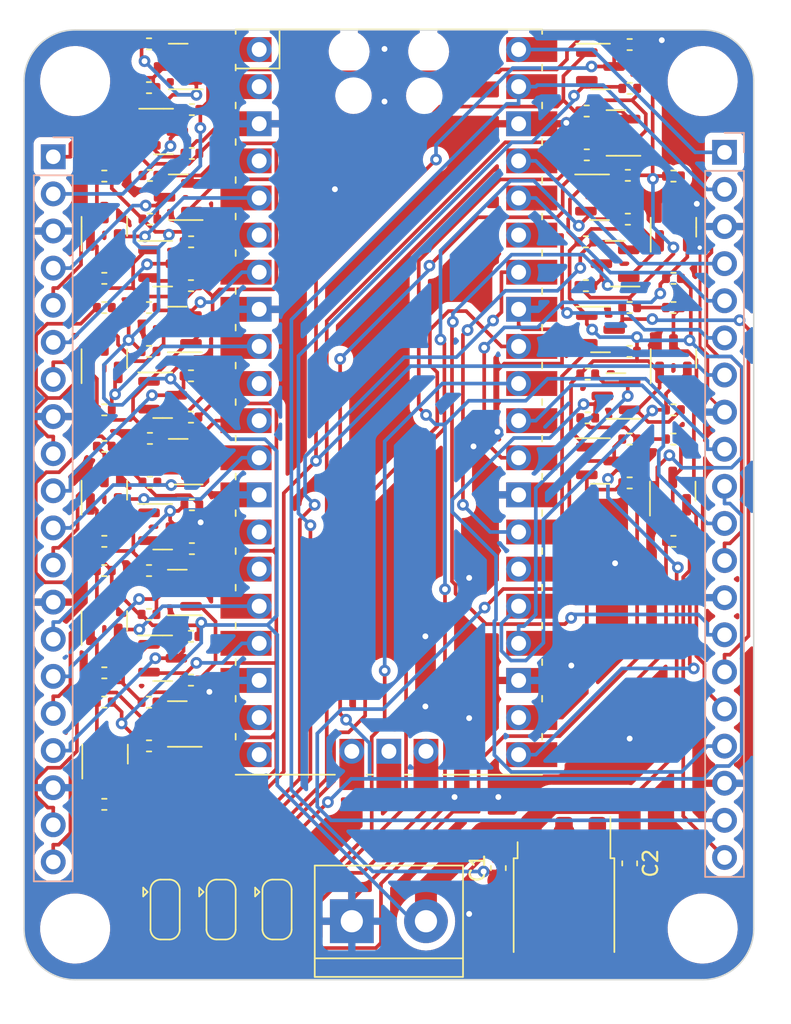
<source format=kicad_pcb>
(kicad_pcb (version 20221018) (generator pcbnew)
  (title_block (comment 4 "AISLER Project ID: JVNSKJKM"))
  (layers (0 "F.Cu" signal) (31 "B.Cu" signal) (34 "B.Paste" user) (35 "F.Paste" user) (36 "B.SilkS" user "B.Silkscreen") (37 "F.SilkS" user "F.Silkscreen") (38 "B.Mask" user) (39 "F.Mask" user) (44 "Edge.Cuts" user))
  (net 0 "")
  (net 1 "GND")
  (net 2 "+3V3")
  (net 3 "+3.3V")
  (net 4 "OUT0")
  (net 5 "OUT1")
  (net 6 "OUT2")
  (net 7 "OUT3")
  (net 8 "OUT4")
  (net 9 "OUT5")
  (net 10 "OUT6")
  (net 11 "OUT7")
  (net 12 "OUT8")
  (net 13 "OUT9")
  (net 14 "OUT10")
  (net 15 "OUT11")
  (net 16 "OUT12")
  (net 17 "OUT13")
  (net 18 "OUT14")
  (net 19 "OUT15")
  (net 20 "VBUS")
  (net 21 "VSYS")
  (net 22 "3V3_EN")
  (net 23 "ADC_REF")
  (net 24 "RUN")
  (net 25 "OUT22")
  (net 26 "OUT21")
  (net 27 "OUT20")
  (net 28 "OUT19")
  (net 29 "OUT18")
  (net 30 "OUT17")
  (net 31 "OUT16")
  (net 32 "IN0")
  (net 33 "IN1")
  (net 34 "IN2")
  (net 35 "IN3")
  (net 36 "IN4")
  (net 37 "IN5")
  (net 38 "IN6")
  (net 39 "IN7")
  (net 40 "IN8")
  (net 41 "IN9")
  (net 42 "IN10")
  (net 43 "IN11")
  (net 44 "IN12")
  (net 45 "IN13")
  (net 46 "IN14")
  (net 47 "IN15")
  (net 48 "IN16")
  (net 49 "IN17")
  (net 50 "IN18")
  (net 51 "IN19")
  (net 52 "IN20")
  (net 53 "IN21")
  (net 54 "IN22")
  (net 55 "+VDC")
  (net 56 "OUT28")
  (net 57 "OUT27")
  (net 58 "OUT26")
  (net 59 "IN26")
  (net 60 "IN27")
  (net 61 "IN28")
  (net 62 "SHIFTA")
  (net 63 "SHIFTB")
  (net 64 "SHIFTC")
  (footprint "Package_TO_SOT_SMD:SOT-23" (layer "F.Cu") (at 52 15)
    (fp_text reference "Q26" hide)
    (fp_text value "BSN20")
  )
  (footprint "Resistor_SMD:R_0402_1005Metric" (layer "F.Cu") (at 21.0625 61.5 180)
    (fp_text reference "R29" hide)
    (fp_text value "10k")
  )
  (footprint "MountingHole:MountingHole_4.3mm_M4_ISO14580" (layer "F.Cu") (at 16 74)
    (fp_text reference "H3" hide)
    (fp_text value "MountingHole")
  )
  (footprint "Resistor_SMD:R_0402_1005Metric" (layer "F.Cu") (at 18 31.5)
    (fp_text reference "R13" hide)
    (fp_text value "10k")
  )
  (footprint "CustomFeet:SolderJumper-3_P1.3mm_Bridged12_RoundedPad1.0x1.5mm" (layer "F.Cu") (at 29.835 72.7 -90)
    (fp_text reference "JP1" hide)
    (fp_text value "Jumper_3_Bridged12")
  )
  (footprint "Resistor_SMD:R_0402_1005Metric" (layer "F.Cu") (at 18 58.5)
    (fp_text reference "R31" hide)
    (fp_text value "10k")
  )
  (footprint "Package_TO_SOT_SMD:SOT-23" (layer "F.Cu") (at 18 25.9375 90)
    (fp_text reference "Q4" hide)
    (fp_text value "BSN20")
  )
  (footprint "Package_TO_SOT_SMD:SOT-23" (layer "F.Cu") (at 18 44 90)
    (fp_text reference "Q10" hide)
    (fp_text value "BSN20")
  )
  (footprint "Resistor_SMD:R_0402_1005Metric" (layer "F.Cu") (at 18 56.5 180)
    (fp_text reference "R26" hide)
    (fp_text value "10k")
  )
  (footprint "CustomFeet:RPi_Pico_SMD_TH" (layer "F.Cu") (at 37.5 37.97)
    (fp_text reference "J4" hide)
    (fp_text value "PICO")
  )
  (footprint "Resistor_SMD:R_0402_1005Metric" (layer "F.Cu") (at 51.125 36.05 180)
    (fp_text reference "R38" hide)
    (fp_text value "10k")
  )
  (footprint "Package_TO_SOT_SMD:SOT-23" (layer "F.Cu") (at 53 28.5 180)
    (fp_text reference "Q22" hide)
    (fp_text value "BSN20")
  )
  (footprint "Resistor_SMD:R_0402_1005Metric" (layer "F.Cu") (at 18 49.5)
    (fp_text reference "R25" hide)
    (fp_text value "10k")
  )
  (footprint "Resistor_SMD:R_0402_1005Metric" (layer "F.Cu") (at 21.0625 16.45 180)
    (fp_text reference "R1" hide)
    (fp_text value "10k")
  )
  (footprint "Package_TO_SOT_SMD:SOT-23" (layer "F.Cu") (at 53.0625 37.55 180)
    (fp_text reference "Q19" hide)
    (fp_text value "BSN20")
  )
  (footprint "Resistor_SMD:R_0402_1005Metric" (layer "F.Cu") (at 21.0625 34.5 180)
    (fp_text reference "R11" hide)
    (fp_text value "10k")
  )
  (footprint "Resistor_SMD:R_0402_1005Metric" (layer "F.Cu") (at 21.0625 52.5 180)
    (fp_text reference "R23" hide)
    (fp_text value "10k")
  )
  (footprint "Resistor_SMD:R_0402_1005Metric" (layer "F.Cu") (at 51.0525 18.05 180)
    (fp_text reference "R50" hide)
    (fp_text value "10k")
  )
  (footprint "Resistor_SMD:R_0402_1005Metric" (layer "F.Cu") (at 23.9375 54)
    (fp_text reference "R27" hide)
    (fp_text value "10k")
  )
  (footprint "Resistor_SMD:R_0402_1005Metric" (layer "F.Cu") (at 53.99 34.5)
    (fp_text reference "R42" hide)
    (fp_text value "10k")
  )
  (footprint "Package_TO_SOT_SMD:SOT-23" (layer "F.Cu") (at 23.0625 23.95 180)
    (fp_text reference "Q3" hide)
    (fp_text value "BSN20")
  )
  (footprint "Package_TO_SOT_SMD:SOT-23" (layer "F.Cu") (at 52 42)
    (fp_text reference "Q18" hide)
    (fp_text value "BSN20")
  )
  (footprint "Resistor_SMD:R_0402_1005Metric" (layer "F.Cu") (at 21.125 40.455 180)
    (fp_text reference "R18" hide)
    (fp_text value "10k")
  )
  (footprint "Package_TO_SOT_SMD:SOT-23" (layer "F.Cu") (at 22 46.5)
    (fp_text reference "Q11" hide)
    (fp_text value "BSN20")
  )
  (footprint "Resistor_SMD:R_0402_1005Metric" (layer "F.Cu") (at 21.125 22.46 180)
    (fp_text reference "R6" hide)
    (fp_text value "10k")
  )
  (footprint "Resistor_SMD:R_0402_1005Metric" (layer "F.Cu") (at 54 13.5)
    (fp_text reference "R51" hide)
    (fp_text value "10k")
  )
  (footprint "Package_TO_SOT_SMD:SOT-23" (layer "F.Cu") (at 23.0625 15 180)
    (fp_text reference "Q1" hide)
    (fp_text value "BSN20")
  )
  (footprint "Resistor_SMD:R_0402_1005Metric" (layer "F.Cu") (at 51 27 180)
    (fp_text reference "R44" hide)
    (fp_text value "10k")
  )
  (footprint "Package_TO_SOT_SMD:SOT-23" (layer "F.Cu") (at 22 28.5)
    (fp_text reference "Q5" hide)
    (fp_text value "BSN20")
  )
  (footprint "Resistor_SMD:R_0402_1005Metric" (layer "F.Cu") (at 51 30 180)
    (fp_text reference "R43" hide)
    (fp_text value "10k")
  )
  (footprint "Resistor_SMD:R_0402_1005Metric" (layer "F.Cu") (at 24 17.95)
    (fp_text reference "R3" hide)
    (fp_text value "10k")
  )
  (footprint "Package_TO_SOT_SMD:SOT-23" (layer "F.Cu") (at 23 33 180)
    (fp_text reference "Q6" hide)
    (fp_text value "BSN20")
  )
  (footprint "Package_TO_SOT_SMD:SOT-23" (layer "F.Cu") (at 53.0625 19.55 180)
    (fp_text reference "Q25" hide)
    (fp_text value "BSN20")
  )
  (footprint "Resistor_SMD:R_0402_1005Metric" (layer "F.Cu") (at 24 48)
    (fp_text reference "R22" hide)
    (fp_text value "10k")
  )
  (footprint "Resistor_SMD:R_0402_1005Metric" (layer "F.Cu") (at 18 65.5 180)
    (fp_text reference "R32" hide)
    (fp_text value "10k")
  )
  (footprint "Resistor_SMD:R_0402_1005Metric" (layer "F.Cu") (at 21.0625 13.45 180)
    (fp_text reference "R2" hide)
    (fp_text value "10k")
  )
  (footprint "Package_TO_SOT_SMD:SOT-23" (layer "F.Cu") (at 18.05 62.0625 90)
    (fp_text reference "Q16" hide)
    (fp_text value "BSN20")
  )
  (footprint "Package_TO_SOT_SMD:SOT-23" (layer "F.Cu") (at 52 33)
    (fp_text reference "Q21" hide)
    (fp_text value "BSN20")
  )
  (footprint "Resistor_SMD:R_0402_1005Metric" (layer "F.Cu") (at 57 29.5)
    (fp_text reference "R46" hide)
    (fp_text value "10k")
  )
  (footprint "Resistor_SMD:R_0402_1005Metric" (layer "F.Cu") (at 54 40.5)
    (fp_text reference "R35" hide)
    (fp_text value "10k")
  )
  (footprint "Package_TO_SOT_SMD:SOT-23" (layer "F.Cu") (at 23 60 180)
    (fp_text reference "Q15" hide)
    (fp_text value "BSN20")
  )
  (footprint "Resistor_SMD:R_0402_1005Metric" (layer "F.Cu") (at 18 47.5 180)
    (fp_text reference "R20" hide)
    (fp_text value "10k")
  )
  (footprint "Resistor_SMD:R_0402_1005Metric" (layer "F.Cu") (at 53.875 22.45)
    (fp_text reference "R47" hide)
    (fp_text value "10k")
  )
  (footprint "Resistor_SMD:R_0402_1005Metric" (layer "F.Cu") (at 23.9375 57)
    (fp_text reference "R28" hide)
    (fp_text value "10k")
  )
  (footprint "Resistor_SMD:R_0402_1005Metric" (layer "F.Cu") (at 21.0625 58.51 180)
    (fp_text reference "R30" hide)
    (fp_text value "10k")
  )
  (footprint "Resistor_SMD:R_0402_1005Metric" (layer "F.Cu") (at 54 31.5)
    (fp_text reference "R41" hide)
    (fp_text value "10k")
  )
  (footprint "Resistor_SMD:R_0402_1005Metric" (layer "F.Cu") (at 21.0625 49.5 180)
    (fp_text reference "R24" hide)
    (fp_text value "10k")
  )
  (footprint "Package_TO_SOT_SMD:SOT-23" (layer "F.Cu") (at 57 35 90)
    (fp_text reference "Q20" hide)
    (fp_text value "BSN20")
  )
  (footprint "Package_TO_SOT_SMD:SOT-23" (layer "F.Cu") (at 18 52.9275 90)
    (fp_text reference "Q13" hide)
    (fp_text value "BSN20")
  )
  (footprint "Package_TO_SOT_SMD:SOT-23" (layer "F.Cu") (at 22 37.5)
    (fp_text reference "Q8" hide)
    (fp_text value "BSN20")
  )
  (footprint "Resistor_SMD:R_0402_1005Metric" (layer "F.Cu") (at 57 38.5)
    (fp_text reference "R40" hide)
    (fp_text value "10k")
  )
  (footprint "Resistor_SMD:R_0402_1005Metric" (layer "F.Cu") (at 21.0625 31.5 180)
    (fp_text reference "R12" hide)
    (fp_text value "10k")
  )
  (footprint "Resistor_SMD:R_0402_1005Metric" (layer "F.Cu") (at 23.9475 27)
    (fp_text reference "R9" hide)
    (fp_text value "10k")
  )
  (footprint "Package_TO_SOT_SMD:SOT-23" (layer "F.Cu") (at 22.0625 19.45)
    (fp_text reference "Q2" hide)
    (fp_text value "BSN20")
  )
  (footprint "Resistor_SMD:R_0402_1005Metric" (layer "F.Cu") (at 57 40.5 180)
    (fp_text reference "R33" hide)
    (fp_text value "10k")
  )
  (footprint "Resistor_SMD:R_0402_1005Metric" (layer "F.Cu") (at 23.9375 39)
    (fp_text reference "R16" hide)
    (fp_text value "10k")
  )
  (footprint "MountingHole:MountingHole_4.3mm_M4_ISO14580" (layer "F.Cu") (at 59 74)
    (fp_text reference "H4" hide)
    (fp_text value "MountingHole")
  )
  (footprint "Resistor_SMD:R_0402_1005Metric" (layer "F.Cu") (at 54 43.5)
    (fp_text reference "R36" hide)
    (fp_text value "10k")
  )
  (footprint "Resistor_SMD:R_0402_1005Metric" (layer "F.Cu") (at 18 38.5 180)
    (fp_text reference "R14" hide)
    (fp_text value "10k")
  )
  (footprint "CustomFeet:SolderJumper-3_P1.3mm_Bridged12_RoundedPad1.0x1.5mm" (layer "F.Cu") (at 22.165 72.7 -90)
    (fp_text reference "JP3" hide)
    (fp_text value "Jumper_3_Bridged12")
  )
  (footprint "Capacitor_SMD:C_0603_1608Metric_Pad1.08x0.95mm_HandSolder" (layer "F.Cu") (at 54 69.54 -90)
    (fp_text reference "C2")
    (fp_text value "0.47uF")
  )
  (footprint "Resistor_SMD:R_0402_1005Metric" (layer "F.Cu") (at 21.125 25.45 180)
    (fp_text reference "R5" hide)
    (fp_text value "10k")
  )
  (footprint "Resistor_SMD:R_0402_1005Metric" (layer "F.Cu") (at 24 45)
    (fp_text reference "R21" hide)
    (fp_text value "10k")
  )
  (footprint "Resistor_SMD:R_0402_1005Metric" (layer "F.Cu") (at 57 22.5 180)
    (fp_text reference "R45" hide)
    (fp_text value "10k")
  )
  (footprint "MountingHole:MountingHole_4.3mm_M4_ISO14580" (layer "F.Cu") (at 16 16)
    (fp_text reference "H1" hide)
    (fp_text value "MountingHole")
  )
  (footprint "Resistor_SMD:R_0402_1005Metric" (layer "F.Cu") (at 18 41)
    (fp_text reference "R19" hide)
    (fp_text value "10k")
  )
  (footprint "Package_TO_SOT_SMD:SOT-23" (layer "F.Cu") (at 23.0625 42.05 180)
    (fp_text reference "Q9" hide)
    (fp_text value "BSN20")
  )
  (footprint "Package_TO_SOT_SMD:TO-252-3_TabPin2" (layer "F.Cu") (at 49.5 72.5 -90)
    (fp_text reference "U2" hide)
    (fp_text value "BA05CC0FP-E2")
  )
  (footprint "Package_TO_SOT_SMD:SOT-23" (layer "F.Cu") (at 22 55.5)
    (fp_text reference "Q14" hide)
    (fp_text value "BSN20")
  )
  (footprint "Resistor_SMD:R_0402_1005Metric" (layer "F.Cu") (at 23.9375 30)
    (fp_text reference "R10" hide)
    (fp_text value "10k")
  )
  (footprint "Package_TO_SOT_SMD:SOT-23" (layer "F.Cu") (at 23 51 180)
    (fp_text reference "Q12" hide)
    (fp_text value "BSN20")
  )
  (footprint "Resistor_SMD:R_0402_1005Metric" (layer "F.Cu") (at 57 47.5)
    (fp_text reference "R34" hide)
    (fp_text value "10k")
  )
  (footprint "Resistor_SMD:R_0402_1005Metric" (layer "F.Cu") (at 18 29.5 180)
    (fp_text reference "R8" hide)
    (fp_text value "10k")
  )
  (footprint "Resistor_SMD:R_0402_1005Metric" (layer "F.Cu") (at 24 20.95)
    (fp_text reference "R4" hide)
    (fp_text value "10k")
  )
  (footprint "Resistor_SMD:R_0402_1005Metric" (layer "F.Cu") (at 51.125 39.05 180)
    (fp_text reference "R37" hide)
    (fp_text value "10k")
  )
  (footprint "MountingHole:MountingHole_4.3mm_M4_ISO14580" (layer "F.Cu") (at 59 16)
    (fp_text reference "H2" hide)
    (fp_text value "MountingHole")
  )
  (footprint "Resistor_SMD:R_0402_1005Metric" (layer "F.Cu") (at 54 16.5)
    (fp_text reference "R52" hide)
    (fp_text value "10k")
  )
  (footprint "CustomFeet:SolderJumper-3_P1.3mm_Bridged12_RoundedPad1.0x1.5mm" (layer "F.Cu") (at 26 72.7 -90)
    (fp_text reference "JP2" hide)
    (fp_text value "Jumper_3_Bridged12")
  )
  (footprint "Package_TO_SOT_SMD:SOT-23" (layer "F.Cu") (at 56.95 44.0625 90)
    (fp_text reference "Q17" hide)
    (fp_text value "BSN20")
  )
  (footprint "Package_TO_SOT_SMD:SOT-23" (layer "F.Cu") (at 18 35 90)
    (fp_text reference "Q7" hide)
    (fp_text value "BSN20")
  )
  (footprint "Capacitor_SMD:C_0603_1608Metric_Pad1.08x0.95mm_HandSolder" (layer "F.Cu") (at 45 69.8625 90)
    (fp_text reference "C1")
    (fp_text value "47uF")
  )
  (footprint "Package_TO_SOT_SMD:SOT-23" (layer "F.Cu") (at 57 26 90)
    (fp_text reference "Q23" hide)
    (fp_text value "BSN20")
  )
  (footprint "Resistor_SMD:R_0402_1005Metric" (layer "F.Cu") (at 51.0625 21.05 180)
    (fp_text reference "R49" hide)
    (fp_text value "10k")
  )
  (footprint "Package_TO_SOT_SMD:SOT-23" (layer "F.Cu") (at 51.9375 23.95)
    (fp_text reference "Q24" hide)
    (fp_text value "BSN20")
  )
  (footprint "Resistor_SMD:R_0402_1005Metric" (layer "F.Cu") (at 21.125 43.455 180)
    (fp_text reference "R17" hide)
    (fp_text value "10k")
  )
  (footprint "Resistor_SMD:R_0402_1005Metric" (layer "F.Cu") (at 57 31.5 180)
    (fp_text reference "R39" hide)
    (fp_text value "10k")
  )
  (footprint "TerminalBlock:TerminalBlock_bornier-2_P5.08mm" (layer "F.Cu") (at 34.96 73.5)
    (fp_text reference "J3" hide)
    (fp_text value "Screw_Terminal_01x02")
  )
  (footprint "Resistor_SMD:R_0402_1005Metric" (layer "F.Cu") (at 18 22.5)
    (fp_text reference "R7" hide)
    (fp_text value "10k")
  )
  (footprint "Resistor_SMD:R_0402_1005Metric" (layer "F.Cu") (at 53.875 25.45)
    (fp_text reference "R48" hide)
    (fp_text value "10k")
  )
  (footprint "Resistor_SMD:R_0402_1005Metric" (layer "F.Cu") (at 23.9375 36.17)
    (fp_text reference "R15" hide)
    (fp_text value "10k")
  )
  (footprint "Connector_PinHeader_2.54mm:PinHeader_1x20_P2.54mm_Vertical" (layer "B.Cu") (at 14.5 21.18 180)
    (fp_text reference "J1" hide)
    (fp_text value "2.54mm header 01x20" hide)
  )
  (footprint "Connector_PinHeader_2.54mm:PinHeader_1x20_P2.54mm_Vertical" (layer "B.Cu") (at 60.5 20.875 180)
    (fp_text reference "J2" hide)
    (fp_text value "2.54mm header 01x20" hide)
  )
  (gr_arc (start 59 12.5) (mid 61.474874 13.525126) (end 62.5 16) (stroke (width 0.1)) (layer "Edge.Cuts"))
  (gr_arc (start 62.5 74) (mid 61.474874 76.474874) (end 59 77.5) (stroke (width 0.1)) (layer "Edge.Cuts"))
  (gr_arc (start 12.5 16) (mid 13.525126 13.525126) (end 16 12.5) (stroke (width 0.1)) (layer "Edge.Cuts"))
  (gr_line (start 62.5 16) (end 62.5 74) (stroke (width 0.1)) (layer "Edge.Cuts"))
  (gr_line (start 12.5 74) (end 12.5 16) (stroke (width 0.1)) (layer "Edge.Cuts"))
  (gr_line (start 59 77.5) (end 16 77.5) (stroke (width 0.1)) (layer "Edge.Cuts"))
  (gr_line (start 16 12.5) (end 59 12.5) (stroke (width 0.1)) (layer "Edge.Cuts"))
  (gr_arc (start 16 77.5) (mid 13.525126 76.474874) (end 12.5 74) (stroke (width 0.1)) (layer "Edge.Cuts"))
  (segment (start 60.5 38.655) (end 59.35 37.505) (width 0.2) (layer "F.Cu") (net 1))
  (segment (start 44.040795 69.02) (end 45 69.02) (width 0.25) (layer "F.Cu") (net 1))
  (segment (start 25.98 57.02) (end 25.2 57.8) (width 0.2) (layer "F.Cu") (net 1))
  (segment (start 28.61 44.32) (end 27.05 44.32) (width 0.2) (layer "F.Cu") (net 1))
  (segment (start 46.655 32.985) (end 49.365 32.985) (width 0.25) (layer "F.Cu") (net 1))
  (segment (start 59.35 37.505) (end 59.35 34.72054) (width 0.2) (layer "F.Cu") (net 1))
  (segment (start 43 70.060795) (end 44.040795 69.02) (width 0.25) (layer "F.Cu") (net 1))
  (segment (start 42 65) (end 34.96 72.04) (width 0.25) (layer "F.Cu") (net 1))
  (segment (start 49.365 32.985) (end 49.365 35.335) (width 0.25) (layer "F.Cu") (net 1))
  (segment (start 45.405 35.335) (end 44.940498 35.799502) (width 0.25) (layer "F.Cu") (net 1))
  (segment (start 27.05 44.32) (end 25.17 46.2) (width 0.2) (layer "F.Cu") (net 1))
  (segment (start 44.940498 35.799502) (end 44.940498 40) (width 0.25) (layer "F.Cu") (net 1))
  (segment (start 49.365 35.335) (end 45.405 35.335) (width 0.25) (layer "F.Cu") (net 1))
  (segment (start 58.8204 34.19094) (end 58.8204 27.6204) (width 0.2) (layer "F.Cu") (net 1))
  (segment (start 25.17 46.2) (end 24.6 46.2) (width 0.2) (layer "F.Cu") (net 1))
  (segment (start 34.96 72.04) (end 34.96 73.5) (width 0.25) (layer "F.Cu") (net 1))
  (segment (start 59.35 34.72054) (end 58.8204 34.19094) (width 0.2) (layer "F.Cu") (net 1))
  (segment (start 43 73) (end 43 70.060795) (width 0.25) (layer "F.Cu") (net 1))
  (segment (start 46.39 32.72) (end 46.655 32.985) (width 0.25) (layer "F.Cu") (net 1))
  (segment (start 46.39 31.62) (end 46.39 32.72) (width 0.25) (layer "F.Cu") (net 1))
  (segment (start 58.8204 27.6204) (end 58.6 27.4) (width 0.2) (layer "F.Cu") (net 1))
  (via (at 43 50) (size 0.8) (drill 0.4) (layers "F.Cu" "B.Cu") (net 1))
  (via (at 50 56) (size 0.8) (drill 0.4) (layers "F.Cu" "B.Cu") (net 1))
  (via (at 56.2 13.2) (size 0.8) (drill 0.4) (layers "F.Cu" "B.Cu") (net 1))
  (via (at 58.8 27.4) (size 0.6) (drill 0.3) (layers "F.Cu" "B.Cu") (net 1))
  (via (at 40 58.8) (size 0.8) (drill 0.4) (layers "F.Cu" "B.Cu") (net 1))
  (via (at 53 49) (size 0.8) (drill 0.4) (layers "F.Cu" "B.Cu") (net 1))
  (via (at 43 59.6) (size 0.8) (drill 0.4) (layers "F.Cu" "B.Cu") (net 1))
  (via (at 44.940498 40) (size 0.8) (drill 0.4) (layers "F.Cu" "B.Cu") (net 1))
  (via (at 40 54) (size 0.8) (drill 0.4) (layers "F.Cu" "B.Cu") (net 1))
  (via (at 42 65) (size 0.8) (drill 0.4) (layers "F.Cu" "B.Cu") (net 1))
  (via (at 58.6 24.4) (size 0.8) (drill 0.4) (layers "F.Cu" "B.Cu") (net 1))
  (via (at 25.2 57.8) (size 0.8) (drill 0.4) (layers "F.Cu" "B.Cu") (net 1))
  (via (at 24.6 46.2) (size 0.8) (drill 0.4) (layers "F.Cu" "B.Cu") (net 1))
  (via (at 33.8 23.4) (size 0.8) (drill 0.4) (layers "F.Cu" "B.Cu") (net 1))
  (via (at 54 61) (size 0.8) (drill 0.4) (layers "F.Cu" "B.Cu") (net 1))
  (via (at 43 73) (size 0.8) (drill 0.4) (layers "F.Cu" "B.Cu") (net 1))
  (via (at 45 65) (size 0.8) (drill 0.4) (layers "F.Cu" "B.Cu") (net 1))
  (via (at 43.2987 41) (size 0.8) (drill 0.4) (layers "F.Cu" "B.Cu") (net 1))
  (via (at 37.2 13.8) (size 0.8) (drill 0.4) (layers "F.Cu" "B.Cu") (net 1))
  (via (at 37.2 17.4) (size 0.8) (drill 0.4) (layers "F.Cu" "B.Cu") (net 1))
  (via (at 49.658599 18.858599) (size 0.8) (drill 0.4) (layers "F.Cu" "B.Cu") (net 1))
  (segment (start 57.3958 29.1077) (end 52.6746 29.1077) (width 0.25) (layer "B.Cu") (net 2))
  (segment (start 60.5 31.035) (end 59.3231 31.035) (width 0.25) (layer "B.Cu") (net 2))
  (segment (start 52.6746 29.1077) (end 47.5669 24) (width 0.25) (layer "B.Cu") (net 2))
  (segment (start 46.39 24) (end 47.5669 24) (width 0.25) (layer "B.Cu") (net 2))
  (segment (start 59.3231 31.035) (end 57.3958 29.1077) (width 0.25) (layer "B.Cu") (net 2))
  (segment (start 21.0408 66.1793) (end 18.1693 66.1793) (width 0.25) (layer "F.Cu") (net 3))
  (segment (start 19.99 48.1599) (end 18.1499 48.1599) (width 0.25) (layer "F.Cu") (net 3))
  (segment (start 23.6901 48.8199) (end 20.5525 48.8199) (width 0.25) (layer "F.Cu") (net 3))
  (segment (start 56 45.99) (end 56 45) (width 0.25) (layer "F.Cu") (net 3))
  (segment (start 29.7869 55.8281) (end 29.7869 48.3658) (width 0.25) (layer "F.Cu") (net 3))
  (segment (start 54.5 35.1603) (end 51.5047 35.1603) (width 0.25) (layer "F.Cu") (net 3))
  (segment (start 21.4622 42.8) (end 23.8 42.8) (width 0.25) (layer "F.Cu") (net 3))
  (segment (start 49.8824 30.8699) (end 49.8824 27.6076) (width 0.25) (layer "F.Cu") (net 3))
  (segment (start 24.4475 30) (end 24.6828 30) (width 0.25) (layer "F.Cu") (net 3))
  (segment (start 36.9581 74.9824) (end 36.9581 70.9302) (width 0.25) (layer "F.Cu") (net 3))
  (segment (start 55.2728 35.1603) (end 54.5 35.1603) (width 0.25) (layer "F.Cu") (net 3))
  (segment (start 19.99 48.2574) (end 19.99 48.1599) (width 0.25) (layer "F.Cu") (net 3))
  (segment (start 19.9692 37.6433) (end 21.0625 36.55) (width 0.25) (layer "F.Cu") (net 3))
  (segment (start 25.2009 20.2622) (end 29.7354 20.2622) (width 0.25) (layer "F.Cu") (net 3))
  (segment (start 24.6554 48.1454) (end 24.51 48) (width 0.25) (layer "F.Cu") (net 3))
  (segment (start 29.7869 22.4454) (end 29.7869 20.3137) (width 0.25) (layer "F.Cu") (net 3))
  (segment (start 21.1766 21.8984) (end 21.4135 21.6615) (width 0.25) (layer "F.Cu") (net 3))
  (segment (start 17.49 38.5) (end 18.1801 39.1901) (width 0.25) (layer "F.Cu") (net 3))
  (segment (start 49.1978 60.8315) (end 54.51 55.5193) (width 0.25) (layer "F.Cu") (net 3))
  (segment (start 54.5319 38.5904) (end 54.5319 38.5) (width 0.25) (layer "F.Cu") (net 3))
  (segment (start 20.615 39.6549) (end 23.7926 39.6549) (width 0.25) (layer "F.Cu") (net 3))
  (segment (start 57.51 38.5) (end 56.6804 39.3296) (width 0.25) (layer "F.Cu") (net 3))
  (segment (start 29.7869 60.5584) (end 29.7869 55.8281) (width 0.25) (layer "F.Cu") (net 3))
  (segment (start 19.99 48.1599) (end 19.99 46.6225) (width 0.25) (layer "F.Cu") (net 3))
  (segment (start 23.6625 33.95) (end 23.9375 33.95) (width 0.25) (layer "F.Cu") (net 3))
  (segment (start 25.4195 32.468) (end 23.9375 33.95) (width 0.25) (layer "F.Cu") (net 3))
  (segment (start 21.0625 36.55) (end 23.6625 33.95) (width 0.25) (layer "F.Cu") (net 3))
  (segment (start 29.7869 20.3137) (end 38.4313 20.3137) (width 0.25) (layer "F.Cu") (net 3))
  (segment (start 49.8824 27.6076) (end 50.49 27) (width 0.25) (layer "F.Cu") (net 3))
  (segment (start 51.2789 17.3136) (end 54.1684 17.3136) (width 0.25) (layer "F.Cu") (net 3))
  (segment (start 56.72 41.6082) (end 55.8941 42.4341) (width 0.25) (layer "F.Cu") (net 3))
  (segment (start 57.51 29.5) (end 58.1883 30.1783) (width 0.25) (layer "F.Cu") (net 3))
  (segment (start 56.05 36.9819) (end 56.05 35.9375) (width 0.25) (layer "F.Cu") (net 3))
  (segment (start 25.9029 22.7218) (end 29.5105 22.7218) (width 0.25) (layer "F.Cu") (net 3))
  (segment (start 18.1693 66.1793) (end 17.49 65.5) (width 0.25) (layer "F.Cu") (net 3))
  (segment (start 54.1684 17.3136) (end 54.51 16.972) (width 0.25) (layer "F.Cu") (net 3))
  (segment (start 54.51 16.972) (end 54.51 16.5) (width 0.25) (layer "F.Cu") (net 3))
  (segment (start 38.4313 20.3137) (end 41.0019 17.7431) (width 0.25) (layer "F.Cu") (net 3))
  (segment (start 17.49 63.39) (end 17.1 63) (width 0.25) (layer "F.Cu") (net 3))
  (segment (start 29.7869 63.0854) (end 26.693 66.1793) (width 0.25) (layer "F.Cu") (net 3))
  (segment (start 24 24.9) (end 24 24.6247) (width 0.25) (layer "F.Cu") (net 3))
  (segment (start 50.5425 18.05) (end 51.2789 17.3136) (width 0.25) (layer "F.Cu") (net 3))
  (segment (start 23.7926 39.6549) (end 24.4475 39) (width 0.25) (layer "F.Cu") (net 3))
  (segment (start 29.7926 38.2603) (end 29.5954 38.0631) (width 0.25) (layer "F.Cu") (net 3))
  (segment (start 19.9692 39.0091) (end 20.615 39.6549) (width 0.25) (layer "F.Cu") (net 3))
  (segment (start 51.0625 14.05) (end 49.4574 15.6551) (width 0.25) (layer "F.Cu") (net 3))
  (segment (start 21.0408 74.3236) (end 22.0538 75.3366) (width 0.25) (layer "F.Cu") (net 3))
  (segment (start 20.615 22.46) (end 21.1766 21.8984) (width 0.25) (layer "F.Cu") (net 3))
  (segment (start 19.2863 57.1508) (end 18.1408 57.1508) (width 0.25) (layer "F.Cu") (net 3))
  (segment (start 51.0625 32.05) (end 49.8824 30.8699) (width 0.25) (layer "F.Cu") (net 3))
  (segment (start 29.7926 47.9193) (end 29.7926 38.2603) (width 0.25) (layer "F.Cu") (net 3))
  (segment (start 21.1766 21.8984) (end 20.0551 20.7769) (width 0.25) (layer "F.Cu") (net 3))
  (segment (start 24.3093 16.94) (end 24.3093 16.2593) (width 0.25) (layer "F.Cu") (net 3))
  (segment (start 24.5846 51.95) (end 23.9375 51.95) (width 0.25) (layer "F.Cu") (net 3))
  (segment (start 29.5105 22.7218) (end 29.7869 22.4454) (width 0.25) (layer "F.Cu") (net 3))
  (segment (start 19.9745 30.1677) (end 18.1577 30.1677) (width 0.25) (layer "F.Cu") (net 3))
  (segment (start 20.5525 13.45) (end 20.5525 14.433) (width 0.25) (layer "F.Cu") (net 3))
  (segment (start 26.693 66.1793) (end 21.0408 66.1793) (width 0.25) (layer "F.Cu") (net 3))
  (segment (start 18.1577 30.1677) (end 17.49 29.5) (width 0.25) (layer "F.Cu") (net 3))
  (segment (start 23.9644 60.9231) (end 29.4222 60.9231) (width 0.25) (layer "F.Cu") (net 3))
  (segment (start 29.7869 55.8281) (end 25.6194 55.8281) (width 0.25) (layer "F.Cu") (net 3))
  (segment (start 29.7869 22.9982) (end 29.7869 30.0654) (width 0.25) (layer "F.Cu") (net 3))
  (segment (start 19.2863 56.3262) (end 21.0625 54.55) (width 0.25) (layer "F.Cu") (net 3))
  (segment (start 55.8941 43.5) (end 55.8941 44.8941) (width 0.25) (layer "F.Cu") (net 3))
  (segment (start 51.3735 26.1165) (end 54.0432 26.1165) (width 0.25) (layer "F.Cu") (net 3))
  (segment (start 54.5319 38.5) (end 54 38.5) (width 0.25) (layer "F.Cu") (net 3))
  (segment (start 29.5665 48.1454) (end 29.7926 47.9193) (width 0.25) (layer "F.Cu") (net 3))
  (segment (start 22.685 16.94) (end 24.3093 16.94) (width 0.25) (layer "F.Cu") (net 3))
  (segment (start 54.51 43.5) (end 55.8941 43.5) (width 0.25) (layer "F.Cu") (net 3))
  (segment (start 17.49 45.3775) (end 17.05 44.9375) (width 0.25) (layer "F.Cu") (net 3))
  (segment (start 54.5319 38.5) (end 56.05 36.9819) (width 0.25) (layer "F.Cu") (net 3))
  (segment (start 50.49 27) (end 49.7879 26.2979) (width 0.25) (layer "F.Cu") (net 3))
  (segment (start 17.49 47.5) (end 17.49 45.3775) (width 0.25) (layer "F.Cu") (net 3))
  (segment (start 29.4222 60.9231) (end 29.5479 60.7974) (width 0.25) (layer "F.Cu") (net 3))
  (segment (start 49.9042 25.3154) (end 49.9042 24.0958) (width 0.25) (layer "F.Cu") (net 3))
  (segment (start 29.5105 22.7218) (end 29.7869 22.9982) (width 0.25) (layer "F.Cu") (net 3))
  (segment (start 20.0551 20.7769) (end 20.0551 19.5699) (width 0.25) (layer "F.Cu") (net 3))
  (segment (start 20.5525 30.7457) (end 23.7018 30.7457) (width 0.25) (layer "F.Cu") (net 3))
  (segment (start 50.2028 18.05) (end 50.5425 18.05) (width 0.25) (layer "F.Cu") (net 3))
  (segment (start 36.6039 75.3366) (end 36.9581 74.9824) (width 0.25) (layer "F.Cu") (net 3))
  (segment (start 49.9829 39.9704) (end 51.0625 41.05) (width 0.25) (layer "F.Cu") (net 3))
  (segment (start 55.6761 26.9375) (end 55.6761 27.7114) (width 0.25) (layer "F.Cu") (net 3))
  (segment (start 17.05 35.9375) (end 17.49 36.3775) (width 0.25) (layer "F.Cu") (net 3))
  (segment (start 23.6194 57.8281) (end 21.2344 57.8281) (width 0.25) (layer "F.Cu") (net 3))
  (segment (start 54.5 34.5) (end 54.5 35.1603) (width 0.25) (layer "F.Cu") (net 3))
  (segment (start 21.4135 21.6615) (end 23.7985 21.6615) (width 0.25) (layer "F.Cu") (net 3))
  (segment (start 23.8 42.8) (end 24 43) (width 0.25) (layer "F.Cu") (net 3))
  (segment (start 51.5047 35.1603) (end 50.615 36.05) (width 0.25) (layer "F.Cu") (net 3))
  (segment (start 55.6761 26.9375) (end 56.05 26.9375) (width 0.25) (layer "F.Cu") (net 3))
  (segment (start 29.7869 61.0365) (end 29.7869 63.0854) (width 0.25) (layer "F.Cu") (net 3))
  (segment (start 23.9375 60.95) (end 23.9644 60.9231) (width 0.25) (layer "F.Cu") (net 3))
  (segment (start 54.5133 25.7747) (end 55.6761 26.9375) (width 0.25) (layer "F.Cu") (net 3))
  (segment (start 49.0189 17.7431) (end 49.4574 17.3046) (width 0.25) (layer "F.Cu") (net 3))
  (segment (start 49.9042 24.0958) (end 51 23) (width 0.25) (layer "F.Cu") (net 3))
  (segment (start 49.9829 36.6821) (end 49.9829 39.9704) (width 0.25) (layer "F.Cu") (net 3))
  (segment (start 54.385 25.7747) (end 54.5133 25.7747) (width 0.25) (layer "F.Cu") (net 3))
  (segment (start 50.49 27) (end 51.3735 26.1165) (width 0.25) (layer "F.Cu") (net 3))
  (segment (start 55.1039 18.2491) (end 55.1039 19.3961) (width 0.25) (layer "F.Cu") (net 3))
  (segment (start 49.7879 26.2979) (end 49.7879 25.4317) (width 0.25) (layer "F.Cu") (net 3))
  (segment (start 55.2711 39.3296) (end 54.5319 38.5904) (width 0.25) (layer "F.Cu") (net 3))
  (segment (start 20.615 41.9528) (end 21.4622 42.8) (width 0.25) (layer "F.Cu") (net 3))
  (segment (start 29.7354 20.2622) (end 29.7869 20.3137) (width 0.25) (layer "F.Cu") (net 3))
  (segment (start 54.4966 33.5241) (end 54.5 33.5275) (width 0.25) (layer "F.Cu") (net 3))
  (segment (start 51.0625 32.6362) (end 51.4291 33.0028) (width 0.25) (layer "F.Cu") (net 3))
  (segment (start 24.3093 16.2593) (end 24 15.95) (width 0.25) (layer "F.Cu") (net 3))
  (segment (start 21.0625 27.55) (end 20.8833 27.55) (width 0.25) (layer "F.Cu") (net 3))
  (segment (start 51.0625 32.05) (end 51.0625 32.6362) (width 0.25) (layer "F.Cu") (net 3))
  (segment (start 20.5525 48.8199) (end 20.5525 49.5) (width 0.25) (layer "F.Cu") (net 3))
  (segment (start 43.6495 62.5817) (end 45.3997 60.8315) (width 0.25) (layer "F.Cu") (net 3))
  (segment (start 23.7018 30.7457) (end 24.4475 30) (width 0.25) (layer "F.Cu") (net 3))
  (segment (start 17.49 36.3775) (end 17.49 38.5) (width 0.25) (layer "F.Cu") (net 3))
  (segment (start 58.1883 33.6607) (end 58.1055 33.7435) (width 0.25) (layer "F.Cu") (net 3))
  (segment (start 17.49 27.315) (end 17.05 26.875) (width 0.25) (layer "F.Cu") (net 3))
  (segment (start 24.4475 57) (end 23.6194 57.8281) (width 0.25) (layer "F.Cu") (net 3))
  (segment (start 49.4574 15.6551) (end 49.4574 17.3046) (width 0.25) (layer "F.Cu") (net 3))
  (segment (start 21.125 18.5) (end 22.685 16.94) (width 0.25) (layer "F.Cu") (net 3))
  (segment (start 25.6194 55.8281) (end 24.4475 57) (width 0.25) (layer "F.Cu") (net 3))
  (segment (start 56.6804 39.3296) (end 55.2711 39.3296) (width 0.25) (layer "F.Cu") (net 3))
  (segment (start 18.1408 57.1508) (end 17.49 56.5) (width 0.25) (layer "F.Cu") (net 3))
  (segment (start 20.0551 19.5699) (end 21.125 18.5) (width 0.25) (layer "F.Cu") (net 3))
  (segment (start 25.3844 38.0631) (end 24.4475 39) (width 0.25) (layer "F.Cu") (net 3))
  (segment (start 36.9581 70.9302) (end 41.8883 66) (width 0.25) (layer "F.Cu") (net 3))
  (segment (start 45.3997 60.8315) (end 49.1978 60.8315) (width 0.25) (layer "F.Cu") (net 3))
  (segment (start 43.6495 66) (end 43.6495 62.5817) (width 0.25) (layer "F.Cu") (net 3))
  (segment (start 21.2344 57.8281) (end 20.5525 58.51) (width 0.25) (layer "F.Cu") (net 3))
  (segment (start 54.51 55.5193) (end 54.51 43.5) (width 0.25) (layer "F.Cu") (net 3))
  (segment (start 25.4195 30.7367) (end 25.4195 32.468) (width 0.25) (layer "F.Cu") (net 3))
  (segment (start 29.5665 48.1454) (end 24.6554 48.1454) (width 0.25) (layer "F.Cu") (net 3))
  (segment (start 18.1801 39.1901) (end 19.7882 39.1901) (width 0.25) (layer "F.Cu") (net 3))
  (segment (start 24.51 48) (end 23.6901 48.8199) (width 0.25) (layer "F.Cu") (net 3))
  (segment (start 25.6194 52.9848) (end 24.5846 51.95) (width 0.25) (layer "F.Cu") (net 3))
  (segment (start 17.49 65.5) (end 17.49 63.39) (width 0.25) (layer "F.Cu") (net 3))
  (segment (start 19.2863 57.1508) (end 19.2863 56.3262) (width 0.25) (layer "F.Cu") (net 3))
  (segment (start 20.615 40.455) (end 20.615 41.9528) (width 0.25) (layer "F.Cu") (net 3))
  (segment (start 55.8941 42.4341) (end 55.8941 43.5) (width 0.25) (layer "F.Cu") (net 3))
  (segment (start 20.5525 14.433) (end 20.7551 14.6356) (width 0.25) (layer "F.Cu") (net 3))
  (segment (start 25.8993 30.2569) (end 25.4195 30.7367) (width 0.25) (layer "F.Cu") (net 3))
  (segment (start 20.5525 58.51) (end 19.2863 57.2438) (width 0.25) (layer "F.Cu") (net 3))
  (segment (start 23.7985 21.6615) (end 24.51 20.95) (width 0.25) (layer "F.Cu") (net 3))
  (segment (start 29.5954 38.0631) (end 25.3844 38.0631) (width 0.25) (layer "F.Cu") (net 3))
  (segment (start 54.0432 26.1165) (end 54.385 25.7747) (width 0.25) (layer "F.Cu") (net 3))
  (segment (start 19.99 46.6225) (end 21.0625 45.55) (width 0.25) (layer "F.Cu") (net 3))
  (segment (start 19.9692 39.0091) (end 19.9692 37.6433) (width 0.25) (layer "F.Cu") (net 3))
  (segment (start 29.5479 60.7974) (end 29.7869 60.5584) (width 0.25) (layer "F.Cu") (net 3))
  (segment (start 54.385 25.45) (end 54.385 25.7747) (width 0.25) (layer "F.Cu") (net 3))
  (segment (start 29.7869 48.3658) (end 29.5665 48.1454) (width 0.25) (layer "F.Cu") (net 3))
  (segment (start 18.1499 48.1599) (end 17.49 47.5) (width 0.25) (layer "F.Cu") (net 3))
  (segment (start 57.51 47.5) (end 56 45.99) (width 0.25) (layer "F.Cu") (net 3))
  (segment (start 20.8833 27.55) (end 19.9745 28.4588) (width 0.25) (layer "F.Cu") (net 3))
  (segment (start 20.5525 30.7457) (end 19.9745 30.1677) (width 0.25) (layer "F.Cu") (net 3))
  (segment (start 17.49 54.305) (end 17.05 53.865) (width 0.25) (layer "F.Cu") (net 3))
  (segment (start 19.9745 28.4588) (end 19.9745 30.1677) (width 0.25) (layer "F.Cu") (net 3))
  (segment (start 20.615 39.6549) (end 20.615 40.455) (width 0.25) (layer "F.Cu") (net 3))
  (segment (start 29.5479 60.7974) (end 29.7869 61.0365) (width 0.25) (layer "F.Cu") (net 3))
  (segment (start 25.6194 55.8281) (end 25.6194 52.9848) (width 0.25) (layer "F.Cu") (net 3))
  (segment (start 24.6828 30) (end 25.4195 30.7367) (width 0.25) (layer "F.Cu") (net 3))
  (segment (start 50.615 36.05) (end 49.9829 36.6821) (width 0.25) (layer "F.Cu") (net 3))
  (segment (start 49.4574 17.3046) (end 50.2028 18.05) (width 0.25) (layer "F.Cu") (net 3))
  (segment (start 19.7882 39.1901) (end 19.9692 39.0091) (width 0.25) (layer "F.Cu") (net 3))
  (segment (start 55.8941 44.8941) (end 56 45) (width 0.25) (layer "F.Cu") (net 3))
  (segment (start 49.7879 25.4317) (end 49.9042 25.3154) (width 0.25) (layer "F.Cu") (net 3))
  (segment (start 24 24.6247) (end 25.9029 22.7218) (width 0.25) (layer "F.Cu") (net 3))
  (segment (start 17.49 29.5) (end 17.49 27.315) (width 0.25) (layer "F.Cu") (net 3))
  (segment (start 20.5525 48.8199) (end 19.99 48.2574) (width 0.25) (layer "F.Cu") (net 3))
  (segment (start 19.2863 57.2438) (end 19.2863 57.1508) (width 0.25) (layer "F.Cu") (net 3))
  (segment (start 56.05 35.9375) (end 55.2728 35.1603) (width 0.25) (layer "F.Cu") (net 3))
  (segment (start 24.51 20.95) (end 24.5131 20.95) (width 0.25) (layer "F.Cu") (net 3))
  (segment (start 41.8883 66) (end 43.6495 66) (width 0.25) (layer "F.Cu") (net 3))
  (segment (start 20.5525 31.5) (end 20.5525 30.7457) (width 0.25) (layer "F.Cu") (net 3))
  (segment (start 21.0408 66.1793) (end 21.0408 74.3236) (width 0.25) (layer "F.Cu") (net 3))
  (segment (start 41.0019 17.7431) (end 49.0189 17.7431) (width 0.25) (layer "F.Cu") (net 3))
  (segment (start 29.5954 30.2569) (end 25.8993 30.2569) (width 0.25) (layer "F.Cu") (net 3))
  (segment (start 54.5 33.5275) (end 54.5 34.5) (width 0.25) (layer "F.Cu") (net 3))
  (segment (start 55.1039 19.3961) (end 54 20.5) (width 0.25) (layer "F.Cu") (net 3))
  (segment (start 24.5131 20.95) (end 25.2009 20.2622) (width 0.25) (layer "F.Cu") (net 3))
  (segment (start 54.1684 17.3136) (end 55.1039 18.2491) (width 0.25) (layer "F.Cu") (net 3))
  (segment (start 17.49 56.5) (end 17.49 54.305) (width 0.25) (layer "F.Cu") (net 3))
  (segment (start 58.1883 30.1783) (end 58.1883 33.6607) (width 0.25) (layer "F.Cu") (net 3))
  (segment (start 29.7869 30.0654) (end 29.5954 30.2569) (width 0.25) (layer "F.Cu") (net 3))
  (segment (start 22.0538 75.3366) (end 36.6039 75.3366) (width 0.25) (layer "F.Cu") (net 3))
  (segment (start 55.6761 27.7114) (end 53.9375 29.45) (width 0.25) (layer "F.Cu") (net 3))
  (via (at 54.4966 33.5241) (size 0.8) (drill 0.4) (layers "F.Cu" "B.Cu") (net 3))
  (via (at 51.4291 33.0028) (size 0.8) (drill 0.4) (layers "F.Cu" "B.Cu") (net 3))
  (via (at 20.7551 14.6356) (size 0.8) (drill 0.4) (layers "F.Cu" "B.Cu") (net 3))
  (via (at 58.1055 33.7435) (size 0.8) (drill 0.4) (layers "F.Cu" "B.Cu") (net 3))
  (via (at 24.3093 16.94) (size 0.8) (drill 0.4) (layers "F.Cu" "B.Cu") (net 3))
  (via (at 56.72 41.6082) (size 0.8) (drill 0.4) (layers "F.Cu" "B.Cu") (net 3))
  (segment (start 51.9504 33.5241) (end 54.4966 33.5241) (width 0.25) (layer "B.Cu") (net 3))
  (segment (start 61.7318 35.6272) (end 61.7318 41.7064) (width 0.25) (layer "B.Cu") (net 3))
  (segment (start 60.9732 42.465) (end 57.5768 42.465) (width 0.25) (layer "B.Cu") (net 3))
  (segment (start 58.1055 33.7435) (end 59.207 34.845) (width 0.25) (layer "B.Cu") (net 3))
  (segment (start 54.716 33.7435) (end 58.1055 33.7435) (width 0.25) (layer "B.Cu") (net 3))
  (segment (start 23.0595 16.94) (end 24.3093 16.94) (width 0.25) (layer "B.Cu") (net 3))
  (segment (start 20.7551 14.6356) (end 23.0595 16.94) (width 0.25) (layer "B.Cu") (net 3))
  (segment (start 59.207 34.845) (end 60.9496 34.845) (width 0.25) (layer "B.Cu") (net 3))
  (segment (start 60.9496 34.845) (end 61.7318 35.6272) (width 0.25) (layer "B.Cu") (net 3))
  (segment (start 57.5768 42.465) (end 56.72 41.6082) (width 0.25) (layer "B.Cu") (net 3))
  (segment (start 51.4291 33.0028) (end 51.9504 33.5241) (width 0.25) (layer "B.Cu") (net 3))
  (segment (start 54.4966 33.5241) (end 54.716 33.7435) (width 0.25) (layer "B.Cu") (net 3))
  (segment (start 61.7318 41.7064) (end 60.9732 42.465) (width 0.25) (layer "B.Cu") (net 3))
  (segment (start 15.6769 20.3091) (end 15.6769 21.18) (width 0.25) (layer "F.Cu") (net 4))
  (segment (start 14.5 21.18) (end 15.6769 21.18) (width 0.25) (layer "F.Cu") (net 4))
  (segment (start 21.3511 16.2286) (end 21.5725 16.45) (width 0.25) (layer "F.Cu") (net 4))
  (segment (start 22.125 15) (end 21.3511 15.7739) (width 0.25) (layer "F.Cu") (net 4))
  (segment (start 20.2121 15.7739) (end 15.6769 20.3091) (width 0.25) (layer "F.Cu") (net 4))
  (segment (start 21.3511 15.7739) (end 20.2121 15.7739) (width 0.25) (layer "F.Cu") (net 4))
  (segment (start 21.3511 15.7739) (end 21.3511 16.2286) (width 0.25) (layer "F.Cu") (net 4))
  (segment (start 23 19.45) (end 23 18.44) (width 0.25) (layer "F.Cu") (net 5))
  (segment (start 23 18.44) (end 23.49 17.95) (width 0.25) (layer "F.Cu") (net 5))
  (segment (start 23 19.45) (end 22.5349 19.9151) (width 0.25) (layer "F.Cu") (net 5))
  (segment (start 22.5349 19.9151) (end 22.5349 20.4477) (width 0.25) (layer "F.Cu") (net 5))
  (via (at 22.5349 20.4477) (size 0.8) (drill 0.4) (layers "F.Cu" "B.Cu") (net 5))
  (segment (start 19.2642 23.72) (end 22.5365 20.4477) (width 0.25) (layer "B.Cu") (net 5))
  (segment (start 22.5365 20.4477) (end 22.5349 20.4477) (width 0.25) (layer "B.Cu") (net 5))
  (segment (start 14.5 23.72) (end 19.2642 23.72) (width 0.25) (layer "B.Cu") (net 5))
  (segment (start 21.635 24.5188) (end 21.635 25.45) (width 0.25) (layer "F.Cu") (net 6))
  (segment (start 22.125 23.95) (end 21.635 24.44) (width 0.25) (layer "F.Cu") (net 6))
  (segment (start 21.635 24.5188) (end 20.8328 24.5188) (width 0.25) (layer "F.Cu") (net 6))
  (segment (start 21.635 24.44) (end 21.635 24.5188) (width 0.25) (layer "F.Cu") (net 6))
  (via (at 20.8328 24.5188) (size 0.8) (drill 0.4) (layers "F.Cu" "B.Cu") (net 6))
  (segment (start 14.5 28.8) (end 15.6769 28.8) (width 0.25) (layer "B.Cu") (net 6))
  (segment (start 19.9565 24.5204) (end 20.8344 24.5204) (width 0.25) (layer "B.Cu") (net 6))
  (segment (start 15.6769 28.8) (end 19.9565 24.5204) (width 0.25) (layer "B.Cu") (net 6))
  (segment (start 20.8344 24.5188) (end 20.8328 24.5188) (width 0.25) (layer "B.Cu") (net 6))
  (segment (start 20.8344 24.5204) (end 20.8344 24.5188) (width 0.25) (layer "B.Cu") (net 6))
  (segment (start 17.745 24.745) (end 18 25) (width 0.25) (layer "F.Cu") (net 7))
  (segment (start 16.4043 28.5673) (end 14.8085 30.1631) (width 0.25) (layer "F.Cu") (net 7))
  (segment (start 17.49 24.49) (end 17.745 24.745) (width 0.25) (layer "F.Cu") (net 7))
  (segment (start 17.49 22.5) (end 17.49 24.49) (width 0.25) (layer "F.Cu") (net 7))
  (segment (start 14.5 31.34) (end 14.5 30.1631) (width 0.25) (layer "F.Cu") (net 7))
  (segment (start 14.8085 30.1631) (end 14.5 30.1631) (width 0.25) (layer "F.Cu") (net 7))
  (segment (start 17.745 24.745) (end 16.4043 26.0857) (width 0.25) (layer "F.Cu") (net 7))
  (segment (start 16.4043 26.0857) (end 16.4043 28.5673) (width 0.25) (layer "F.Cu") (net 7))
  (segment (start 20.966 28.5) (end 22.9375 28.5) (width 0.25) (layer "F.Cu") (net 8))
  (segment (start 20.9286 28.5374) (end 20.966 28.5) (width 0.25) (layer "F.Cu") (net 8))
  (segment (start 23.4375 28) (end 23.4375 27) (width 0.25) (layer "F.Cu") (net 8))
  (segment (start 22.9375 28.5) (end 23.4375 28) (width 0.25) (layer "F.Cu") (net 8))
  (via (at 20.9286 28.5374) (size 0.8) (drill 0.4) (layers "F.Cu" "B.Cu") (net 8))
  (segment (start 14.5 33.88) (end 15.6769 33.88) (width 0.25) (layer "B.Cu") (net 8))
  (segment (start 15.6769 33.7891) (end 20.9286 28.5374) (width 0.25) (layer "B.Cu") (net 8))
  (segment (start 15.6769 33.88) (end 15.6769 33.7891) (width 0.25) (layer "B.Cu") (net 8))
  (segment (start 22.0625 34.01) (end 22.0625 33) (width 0.25) (layer "F.Cu") (net 9))
  (segment (start 18.4186 32.9861) (end 18.9389 33.5064) (width 0.25) (layer "F.Cu") (net 9))
  (segment (start 20.0814 35.1666) (end 20.9059 35.1666) (width 0.25) (layer "F.Cu") (net 9))
  (segment (start 18.9389 34.0241) (end 20.0814 35.1666) (width 0.25) (layer "F.Cu") (net 9))
  (segment (start 18.9389 33.5064) (end 18.9389 34.0241) (width 0.25) (layer "F.Cu") (net 9))
  (segment (start 14.5 36.42) (end 14.5 35.2431) (width 0.25) (layer "F.Cu") (net 9))
  (segment (start 14.5 35.2431) (end 15.3265 35.2431) (width 0.25) (layer "F.Cu") (net 9))
  (segment (start 17.5835 32.9861) (end 18.4186 32.9861) (width 0.25) (layer "F.Cu") (net 9))
  (segment (start 21.5725 34.5) (end 22.0625 34.01) (width 0.25) (layer "F.Cu") (net 9))
  (segment (start 15.3265 35.2431) (end 17.5835 32.9861) (width 0.25) (layer "F.Cu") (net 9))
  (segment (start 20.9059 35.1666) (end 21.5725 34.5) (width 0.25) (layer "F.Cu") (net 9))
  (segment (start 14.5 41.5) (end 14.5 40.3231) (width 0.25) (layer "F.Cu") (net 10))
  (segment (start 16.3346 35.2401) (end 17.5122 34.0625) (width 0.25) (layer "F.Cu") (net 10))
  (segment (start 17.49 31.5) (end 16.38 32.61) (width 0.25) (layer "F.Cu") (net 10))
  (segment (start 16.3346 36.3185) (end 16.3346 35.2401) (width 0.25) (layer "F.Cu") (net 10))
  (segment (start 17.5122 34.0625) (end 18 34.0625) (width 0.25) (layer "F.Cu") (net 10))
  (segment (start 13.3032 39.4941) (end 13.3032 38.4889) (width 0.25) (layer "F.Cu") (net 10))
  (segment (start 14.5 40.3231) (end 14.1322 40.3231) (width 0.25) (layer "F.Cu") (net 10))
  (segment (start 14.0884 32.61) (end 13.3231 33.3753) (width 0.25) (layer "F.Cu") (net 10))
  (segment (start 14.1322 40.3231) (end 13.3032 39.4941) (width 0.25) (layer "F.Cu") (net 10))
  (segment (start 16.38 32.61) (end 14.0884 32.61) (width 0.25) (layer "F.Cu") (net 10))
  (segment (start 13.3231 33.3753) (end 13.3231 36.911) (width 0.25) (layer "F.Cu") (net 10))
  (segment (start 14.1021 37.69) (end 14.9631 37.69) (width 0.25) (layer "F.Cu") (net 10))
  (segment (start 13.3032 38.4889) (end 14.1021 37.69) (width 0.25) (layer "F.Cu") (net 10))
  (segment (start 13.3231 36.911) (end 14.1021 37.69) (width 0.25) (layer "F.Cu") (net 10))
  (segment (start 14.9631 37.69) (end 16.3346 36.3185) (width 0.25) (layer "F.Cu") (net 10))
  (segment (start 23.4275 37.01) (end 22.9375 37.5) (width 0.25) (layer "F.Cu") (net 11))
  (segment (start 23.4275 36.17) (end 23.4275 37.01) (width 0.25) (layer "F.Cu") (net 11))
  (segment (start 21.2652 37.5) (end 22.9375 37.5) (width 0.25) (layer "F.Cu") (net 11))
  (via (at 21.2652 37.5) (size 0.8) (drill 0.4) (layers "F.Cu" "B.Cu") (net 11))
  (segment (start 15.6769 43.0883) (end 21.2652 37.5) (width 0.25) (layer "B.Cu") (net 11))
  (segment (start 14.5 44.04) (end 15.6769 44.04) (width 0.25) (layer "B.Cu") (net 11))
  (segment (start 15.6769 44.04) (end 15.6769 43.0883) (width 0.25) (layer "B.Cu") (net 11))
  (segment (start 22.5837 43.6463) (end 21.8263 43.6463) (width 0.25) (layer "F.Cu") (net 12))
  (segment (start 25.0673 43.3987) (end 24.8197 43.6463) (width 0.25) (layer "F.Cu") (net 12))
  (segment (start 24.8197 43.6463) (end 22.5837 43.6463) (width 0.25) (layer "F.Cu") (net 12))
  (segment (start 24.468 42.05) (end 25.0673 42.6493) (width 0.25) (layer "F.Cu") (net 12))
  (segment (start 21.8263 43.6463) (end 21.635 43.455) (width 0.25) (layer "F.Cu") (net 12))
  (segment (start 22.125 42.05) (end 24.468 42.05) (width 0.25) (layer "F.Cu") (net 12))
  (segment (start 25.0673 42.6493) (end 25.0673 43.3987) (width 0.25) (layer "F.Cu") (net 12))
  (via (at 22.5837 43.6463) (size 0.8) (drill 0.4) (layers "F.Cu" "B.Cu") (net 12))
  (segment (start 14.5 46.58) (end 15.6769 46.58) (width 0.25) (layer "B.Cu") (net 12))
  (segment (start 15.6769 46.58) (end 18.6106 43.6463) (width 0.25) (layer "B.Cu") (net 12))
  (segment (start 18.6106 43.6463) (end 22.5837 43.6463) (width 0.25) (layer "B.Cu") (net 12))
  (segment (start 14.5 49.12) (end 14.5 47.9431) (width 0.25) (layer "F.Cu") (net 13))
  (segment (start 14.5 47.9431) (end 14.8678 47.9431) (width 0.25) (layer "F.Cu") (net 13))
  (segment (start 16.17 44.3832) (end 17.4907 43.0625) (width 0.25) (layer "F.Cu") (net 13))
  (segment (start 14.8678 47.9431) (end 16.17 46.6409) (width 0.25) (layer "F.Cu") (net 13))
  (segment (start 17.4907 43.0625) (end 18 43.0625) (width 0.25) (layer "F.Cu") (net 13))
  (segment (start 18 41.51) (end 18 43.0625) (width 0.25) (layer "F.Cu") (net 13))
  (segment (start 17.49 41) (end 18 41.51) (width 0.25) (layer "F.Cu") (net 13))
  (segment (start 16.17 46.6409) (end 16.17 44.3832) (width 0.25) (layer "F.Cu") (net 13))
  (segment (start 22.5101 45.4185) (end 23.0715 45.4185) (width 0.25) (layer "F.Cu") (net 14))
  (segment (start 22.9375 46.5) (end 22.5101 46.0726) (width 0.25) (layer "F.Cu") (net 14))
  (segment (start 23.0715 45.4185) (end 23.49 45) (width 0.25) (layer "F.Cu") (net 14))
  (segment (start 22.5101 46.0726) (end 22.5101 45.4185) (width 0.25) (layer "F.Cu") (net 14))
  (via (at 22.5101 45.4185) (size 0.8) (drill 0.4) (layers "F.Cu" "B.Cu") (net 14))
  (segment (start 22.5101 45.4185) (end 14.9055 53.0231) (width 0.25) (layer "B.Cu") (net 14))
  (segment (start 14.5 54.2) (end 14.5 53.0231) (width 0.25) (layer "B.Cu") (net 14))
  (segment (start 14.9055 53.0231) (end 14.5 53.0231) (width 0.25) (layer "B.Cu") (net 14))
  (segment (start 21.5725 51.4502) (end 22.0227 51) (width 0.25) (layer "F.Cu") (net 15))
  (segment (start 22.0227 51) (end 22.0625 51) (width 0.25) (layer "F.Cu") (net 15))
  (segment (start 20.3797 51.4502) (end 21.5725 51.4502) (width 0.25) (layer "F.Cu") (net 15))
  (segment (start 21.5725 52.5) (end 21.5725 51.4502) (width 0.25) (layer "F.Cu") (net 15))
  (via (at 20.3797 51.4502) (size 0.8) (drill 0.4) (layers "F.Cu" "B.Cu") (net 15))
  (segment (start 15.6769 56.153) (end 20.3797 51.4502) (width 0.25) (layer "B.Cu") (net 15))
  (segment (start 14.5 56.74) (end 15.6769 56.74) (width 0.25) (layer "B.Cu") (net 15))
  (segment (start 15.6769 56.74) (end 15.6769 56.153) (width 0.25) (layer "B.Cu") (net 15))
  (segment (start 14.8679 58.1031) (end 15.6769 57.2941) (width 0.25) (layer "F.Cu") (net 16))
  (segment (start 17.49 51.99) (end 18 51.99) (width 0.25) (layer "F.Cu") (net 16))
  (segment (start 14.5 59.28) (end 14.5 58.1031) (width 0.25) (layer "F.Cu") (net 16))
  (segment (start 17.49 49.5) (end 17.49 51.99) (width 0.25) (layer "F.Cu") (net 16))
  (segment (start 15.6769 53.8031) (end 17.49 51.99) (width 0.25) (layer "F.Cu") (net 16))
  (segment (start 14.5 58.1031) (end 14.8679 58.1031) (width 0.25) (layer "F.Cu") (net 16))
  (segment (start 15.6769 57.2941) (end 15.6769 53.8031) (width 0.25) (layer "F.Cu") (net 16))
  (segment (start 22.9375 55.5) (end 23.4275 55.01) (width 0.25) (layer "F.Cu") (net 17))
  (segment (start 21.4961 55.5) (end 22.9375 55.5) (width 0.25) (layer "F.Cu") (net 17))
  (segment (start 23.4275 55.01) (end 23.4275 54) (width 0.25) (layer "F.Cu") (net 17))
  (via (at 21.4961 55.5) (size 0.8) (drill 0.4) (layers "F.Cu" "B.Cu") (net 17))
  (segment (start 14.5 61.82) (end 15.6769 61.82) (width 0.25) (layer "B.Cu") (net 17))
  (segment (start 15.6769 61.82) (end 15.6769 61.3192) (width 0.25) (layer "B.Cu") (net 17))
  (segment (start 15.6769 61.3192) (end 21.4961 55.5) (width 0.25) (layer "B.Cu") (net 17))
  (segment (start 13.3214 64.9123) (end 14.1322 65.7231) (width 0.25) (layer "F.Cu") (net 18))
  (segment (start 16.1209 61.8635) (end 14.9875 62.9969) (width 0.25) (layer "F.Cu") (net 18))
  (segment (start 16.1209 58.8863) (end 16.1209 61.8635) (width 0.25) (layer "F.Cu") (net 18))
  (segment (start 22.0625 61.01) (end 22.0625 60) (width 0.25) (layer "F.Cu") (net 18))
  (segment (start 14.1322 65.7231) (end 14.5 65.7231) (width 0.25) (layer "F.Cu") (net 18))
  (segment (start 22.0625 60) (end 20.9917 60) (width 0.25) (layer "F.Cu") (net 18))
  (segment (start 14.1199 62.9969) (end 13.3214 63.7954) (width 0.25) (layer "F.Cu") (net 18))
  (segment (start 21.5725 61.5) (end 22.0625 61.01) (width 0.25) (layer "F.Cu") (net 18))
  (segment (start 13.3214 63.7954) (end 13.3214 64.9123) (width 0.25) (layer "F.Cu") (net 18))
  (segment (start 18.8385 57.8468) (end 17.1604 57.8468) (width 0.25) (layer "F.Cu") (net 18))
  (segment (start 14.9875 62.9969) (end 14.1199 62.9969) (width 0.25) (layer "F.Cu") (net 18))
  (segment (start 14.5 66.9) (end 14.5 65.7231) (width 0.25) (layer "F.Cu") (net 18))
  (segment (start 20.9917 60) (end 18.8385 57.8468) (width 0.25) (layer "F.Cu") (net 18))
  (segment (start 17.1604 57.8468) (end 16.1209 58.8863) (width 0.25) (layer "F.Cu") (net 18))
  (segment (start 15.6769 67.4541) (end 15.6769 62.9783) (width 0.25) (layer "F.Cu") (net 19))
  (segment (start 14.5 68.2631) (end 14.8679 68.2631) (width 0.25) (layer "F.Cu") (net 19))
  (segment (start 14.5 69.44) (end 14.5 68.2631) (width 0.25) (layer "F.Cu") (net 19))
  (segment (start 17.5302 61.125) (end 18.05 61.125) (width 0.25) (layer "F.Cu") (net 19))
  (segment (start 17.49 61.0848) (end 17.5302 61.125) (width 0.25) (layer "F.Cu") (net 19))
  (segment (start 15.6769 62.9783) (end 17.5302 61.125) (width 0.25) (layer "F.Cu") (net 19))
  (segment (start 14.8679 68.2631) (end 15.6769 67.4541) (width 0.25) (layer "F.Cu") (net 19))
  (segment (start 17.49 58.5) (end 17.49 61.0848) (width 0.25) (layer "F.Cu") (net 19))
  (segment (start 51.4549 13.84) (end 58.4899 20.875) (width 0.25) (layer "B.Cu") (net 20))
  (segment (start 58.4899 20.875) (end 60.5 20.875) (width 0.25) (layer "B.Cu") (net 20))
  (segment (start 46.39 13.84) (end 51.4549 13.84) (width 0.25) (layer "B.Cu") (net 20))
  (segment (start 49.5 73.76) (end 49.5 73.91) (width 0.25) (layer "F.Cu") (net 21))
  (segment (start 49.5 73.91) (end 47.975 75.435) (width 0.25) (layer "F.Cu") (net 21))
  (segment (start 44.8851 70.0949) (end 45 69.98) (width 0.25) (layer "F.Cu") (net 21))
  (segment (start 43.9912 70.0949) (end 44.3699 70.0949) (width 0.25) (layer "F.Cu") (net 21))
  (segment (start 45 69.98) (end 45 70.725) (width 0.25) (layer "F.Cu") (net 21))
  (segment (start 46.28 72.005) (end 47.745 72.005) (width 1.5) (layer "F.Cu") (net 21))
  (segment (start 43.9912 70.0949) (end 44.8851 70.0949) (width 0.25) (layer "F.Cu") (net 21))
  (segment (start 45 70.725) (end 46.28 72.005) (width 1.5) (layer "F.Cu") (net 21))
  (segment (start 45 70.725) (end 45 70) (width 0.25) (layer "F.Cu") (net 21))
  (segment (start 49.5 72.0803) (end 51.0203 72.0803) (width 0.25) (layer "F.Cu") (net 21))
  (segment (start 49.5 73.76) (end 47.745 72.005) (width 1.5) (layer "F.Cu") (net 21))
  (segment (start 51.025 75.435) (end 49.5 73.91) (width 0.25) (layer "F.Cu") (net 21))
  (segment (start 51.0203 72.0803) (end 51.025 72.085) (width 0.25) (layer "F.Cu") (net 21))
  (segment (start 49.5 73.76) (end 49.5 72.0803) (width 1.5) (layer "F.Cu") (net 21))
  (segment (start 47.745 72.005) (end 47.895 72.005) (width 0.25) (layer "F.Cu") (net 21))
  (segment (start 47.895 72.005) (end 47.975 72.085) (width 0.25) (layer "F.Cu") (net 21))
  (segment (start 49.5 72.0803) (end 49.5 67.46) (width 1.5) (layer "F.Cu") (net 21))
  (segment (start 44.3699 70.0949) (end 45 70.725) (width 0.25) (layer "F.Cu") (net 21))
  (via (at 43.9912 70.0949) (size 0.8) (drill 0.4) (layers "F.Cu" "B.Cu") (net 21))
  (segment (start 52.1848 16.2767) (end 47.6702 16.2767) (width 0.25) (layer "B.Cu") (net 21))
  (segment (start 59.3231 23.415) (end 52.1848 16.2767) (width 0.25) (layer "B.Cu") (net 21))
  (segment (start 30.8183 64.5185) (end 36.3947 70.0949) (width 0.25) (layer "B.Cu") (net 21))
  (segment (start 60.5 23.415) (end 59.3231 23.415) (width 0.25) (layer "B.Cu") (net 21))
  (segment (start 45.5854 17.5569) (end 30.8183 32.324) (width 0.25) (layer "B.Cu") (net 21))
  (segment (start 46.39 17.5569) (end 45.5854 17.5569) (width 0.25) (layer "B.Cu") (net 21))
  (segment (start 47.6702 16.2767) (end 47.5669 16.38) (width 0.25) (layer "B.Cu") (net 21))
  (segment (start 46.659 16.38) (end 47.5669 16.38) (width 0.25) (layer "B.Cu") (net 21))
  (segment (start 46.39 16.38) (end 46.39 17.5569) (width 0.25) (layer "B.Cu") (net 21))
  (segment (start 46.659 16.38) (end 46.39 16.38) (width 0.25) (layer "B.Cu") (net 21))
  (segment (start 36.3947 70.0949) (end 43.9912 70.0949) (width 0.25) (layer "B.Cu") (net 21))
  (segment (start 30.8183 32.324) (end 30.8183 64.5185) (width 0.25) (layer "B.Cu") (net 21))
  (segment (start 54.6019 28.495) (end 47.5669 21.46) (width 0.25) (layer "B.Cu") (net 22))
  (segment (start 46.39 21.46) (end 47.5669 21.46) (width 0.25) (layer "B.Cu") (net 22))
  (segment (start 59.3231 28.495) (end 54.6019 28.495) (width 0.25) (layer "B.Cu") (net 22))
  (segment (start 60.5 28.495) (end 59.3231 28.495) (width 0.25) (layer "B.Cu") (net 22))
  (segment (start 49.7124 31.8693) (end 49.3669 31.5238) (width 0.25) (layer "F.Cu") (net 23))
  (segment (start 46.39 26.54) (end 49.3669 26.54) (width 0.25) (layer "F.Cu") (net 23))
  (segment (start 49.3669 31.5238) (end 49.3669 26.54) (width 0.25) (layer "F.Cu") (net 23))
  (via (at 49.7124 31.8693) (size 0.8) (drill 0.4) (layers "F.Cu" "B.Cu") (net 23))
  (segment (start 53.8698 31.8693) (end 49.7124 31.8693) (width 0.25) (layer "B.Cu") (net 23))
  (segment (start 55.0171 33.0166) (end 53.8698 31.8693) (width 0.25) (layer "B.Cu") (net 23))
  (segment (start 58.7647 33.0166) (end 55.0171 33.0166) (width 0.25) (layer "B.Cu") (net 23))
  (segment (start 59.3231 33.575) (end 58.7647 33.0166) (width 0.25) (layer "B.Cu") (net 23))
  (segment (start 60.5 33.575) (end 59.3231 33.575) (width 0.25) (layer "B.Cu") (net 23))
  (segment (start 54.8506 36.8211) (end 56.3083 38.2788) (width 0.25) (layer "B.Cu") (net 24))
  (segment (start 49.9858 36.8211) (end 54.8506 36.8211) (width 0.25) (layer "B.Cu") (net 24))
  (segment (start 60.5 46.275) (end 59.3231 46.275) (width 0.25) (layer "B.Cu") (net 24))
  (segment (start 47.5669 39.24) (end 49.9858 36.8211) (width 0.25) (layer "B.Cu") (net 24))
  (segment (start 56.3083 40.992) (end 55.9931 41.3072) (width 0.25) (layer "B.Cu") (net 24))
  (segment (start 46.39 39.24) (end 47.5669 39.24) (width 0.25) (layer "B.Cu") (net 24))
  (segment (start 55.9931 42.945) (end 59.3231 46.275) (width 0.25) (layer "B.Cu") (net 24))
  (segment (start 55.9931 41.3072) (end 55.9931 42.945) (width 0.25) (layer "B.Cu") (net 24))
  (segment (start 56.3083 38.2788) (end 56.3083 40.992) (width 0.25) (layer "B.Cu") (net 24))
  (segment (start 61.6816 35.5898) (end 60.9367 34.8449) (width 0.25) (layer "F.Cu") (net 25))
  (segment (start 59.2558 28.077499) (end 59.6 27.733299) (width 0.25) (layer "F.Cu") (net 25))
  (segment (start 60.5 48.815) (end 60.5 47.6381) (width 0.25) (layer "F.Cu") (net 25))
  (segment (start 60.8658 47.6381) (end 61.6816 46.8223) (width 0.25) (layer "F.Cu") (net 25))
  (segment (start 57.51 22.5) (end 57.51 24.5525) (width 0.25) (layer "F.Cu") (net 25))
  (segment (start 57.51 24.5525) (end 57.2597 24.8028) (width 0.25) (layer "F.Cu") (net 25))
  (segment (start 59.2558 34.0253) (end 59.2558 28.077499) (width 0.25) (layer "F.Cu") (net 25))
  (segment (start 61.6816 46.8223) (end 61.6816 35.5898) (width 0.25) (layer "F.Cu") (net 25))
  (segment (start 59.6 27.1431) (end 57.2597 24.8028) (width 0.25) (layer "F.Cu") (net 25))
  (segment (start 57.2597 24.8028) (end 57 25.0625) (width 0.25) (layer "F.Cu") (net 25))
  (segment (start 60.5 47.6381) (end 60.8658 47.6381) (width 0.25) (layer "F.Cu") (net 25))
  (segment (start 59.6 27.733299) (end 59.6 27.1431) (width 0.25) (layer "F.Cu") (net 25))
  (segment (start 60.0754 34.8449) (end 59.2558 34.0253) (width 0.25) (layer "F.Cu") (net 25))
  (segment (start 60.9367 34.8449) (end 60.0754 34.8449) (width 0.25) (layer "F.Cu") (net 25))
  (segment (start 52.0625 29.5364) (end 52.0625 28.5) (width 0.25) (layer "F.Cu") (net 26))
  (segment (start 41.8234 32.5369) (end 41.883 32.4773) (width 0.25) (layer "F.Cu") (net 26))
  (segment (start 42.0701 51.0805) (end 42.0701 50.4781) (width 0.25) (layer "F.Cu") (net 26))
  (segment (start 52.4852 29.9591) (end 52.49 29.9591) (width 0.25) (layer "F.Cu") (net 26))
  (segment (start 49.5636 53.1633) (end 44.1529 53.1633) (width 0.25) (layer "F.Cu") (net 26))
  (segment (start 52.0625 29.5364) (end 52.4852 29.9591) (width 0.25) (layer "F.Cu") (net 26))
  (segment (start 49.9888 52.7381) (end 49.5636 53.1633) (width 0.25) (layer "F.Cu") (net 26))
  (segment (start 51.5989 30) (end 52.0625 29.5364) (width 0.25) (layer "F.Cu") (net 26))
  (segment (start 44.1529 53.1633) (end 42.0701 51.0805) (width 0.25) (layer "F.Cu") (net 26))
  (segment (start 51.51 30) (end 51.5989 30) (width 0.25) (layer "F.Cu") (net 26))
  (segment (start 42.0701 50.4781) (end 41.8234 50.2314) (width 0.25) (layer "F.Cu") (net 26))
  (segment (start 41.8234 50.2314) (end 41.8234 32.5369) (width 0.25) (layer "F.Cu") (net 26))
  (via (at 52.49 29.9591) (size 0.8) (drill 0.4) (layers "F.Cu" "B.Cu") (net 26))
  (via (at 41.883 32.4773) (size 0.8) (drill 0.4) (layers "F.Cu" "B.Cu") (net 26))
  (via (at 49.9888 52.7381) (size 0.8) (drill 0.4) (layers "F.Cu" "B.Cu") (net 26))
  (segment (start 41.883 31.9005) (end 41.883 32.4773) (width 0.25) (layer "B.Cu") (net 26))
  (segment (start 52.49 29.9591) (end 52.49 29.5632) (width 0.25) (layer "B.Cu") (net 26))
  (segment (start 58.7003 52.5057) (end 50.2212 52.5057) (width 0.25) (layer "B.Cu") (net 26))
  (segment (start 50.8055 27.8787) (end 45.9048 27.8787) (width 0.25) (layer "B.Cu") (net 26))
  (segment (start 59.3231 53.895) (end 59.3231 53.1285) (width 0.25) (layer "B.Cu") (net 26))
  (segment (start 50.2212 52.5057) (end 49.9888 52.7381) (width 0.25) (layer "B.Cu") (net 26))
  (segment (start 52.49 29.5632) (end 50.8055 27.8787) (width 0.25) (layer "B.Cu") (net 26))
  (segment (start 59.3231 53.1285) (end 58.7003 52.5057) (width 0.25) (layer "B.Cu") (net 26))
  (segment (start 60.5 53.895) (end 59.3231 53.895) (width 0.25) (layer "B.Cu") (net 26))
  (segment (start 45.9048 27.8787) (end 41.883 31.9005) (width 0.25) (layer "B.Cu") (net 26))
  (segment (start 60.8678 55.2581) (end 62.1396 53.9863) (width 0.25) (layer "F.Cu") (net 27))
  (segment (start 62.1396 32.9746) (end 61.5325 32.3675) (width 0.25) (layer "F.Cu") (net 27))
  (segment (start 60.5 55.2581) (end 60.8678 55.2581) (width 0.25) (layer "F.Cu") (net 27))
  (segment (start 53.49 32.4475) (end 52.9375 33) (width 0.25) (layer "F.Cu") (net 27))
  (segment (start 60.5 56.435) (end 60.5 55.2581) (width 0.25) (layer "F.Cu") (net 27))
  (segment (start 62.1396 53.9863) (end 62.1396 32.9746) (width 0.25) (layer "F.Cu") (net 27))
  (segment (start 53.49 32.2879) (end 55.5518 32.2879) (width 0.25) (layer "F.Cu") (net 27))
  (segment (start 53.49 31.5) (end 53.49 32.2879) (width 0.25) (layer "F.Cu") (net 27))
  (segment (start 53.49 32.2879) (end 53.49 32.4475) (width 0.25) (layer "F.Cu") (net 27))
  (via (at 61.5325 32.3675) (size 0.8) (drill 0.4) (layers "F.Cu" "B.Cu") (net 27))
  (via (at 55.5518 32.2879) (size 0.8) (drill 0.4) (layers "F.Cu" "B.Cu") (net 27))
  (segment (start 55.6314 32.3675) (end 55.5518 32.2879) (width 0.25) (layer "B.Cu") (net 27))
  (segment (start 61.5325 32.3675) (end 55.6314 32.3675) (width 0.25) (layer "B.Cu") (net 27))
  (segment (start 58.4 36.896751) (end 58.4 44.090749) (width 0.25) (layer "F.Cu") (net 28))
  (segment (start 58.575 35.0879) (end 58.575 36.721751) (width 0.25) (layer "F.Cu") (net 28))
  (segment (start 57 32.01) (end 57 34.0625) (width 0.25) (layer "F.Cu") (net 28))
  (segment (start 59.005 44.695749) (end 59.005 49.881897) (width 0.25) (layer "F.Cu") (net 28))
  (segment (start 59.005 49.881897) (end 58.5704 50.316497) (width 0.25) (layer "F.Cu") (net 28))
  (segment (start 57 34.0625) (end 57.4226 34.4851) (width 0.25) (layer "F.Cu") (net 28))
  (segment (start 58.5704 50.316497) (end 58.5704 55.350195) (width 0.25) (layer "F.Cu") (net 28))
  (segment (start 59.1199 57.5949) (end 60.5 58.975) (width 0.25) (layer "F.Cu") (net 28))
  (segment (start 58.575 36.721751) (end 58.4 36.896751) (width 0.25) (layer "F.Cu") (net 28))
  (segment (start 58.5704 55.350195) (end 59.1199 55.899695) (width 0.25) (layer "F.Cu") (net 28))
  (segment (start 58.4 44.090749) (end 59.005 44.695749) (width 0.25) (layer "F.Cu") (net 28))
  (segment (start 57.9722 34.4851) (end 58.575 35.0879) (width 0.25) (layer "F.Cu") (net 28))
  (segment (start 59.1199 55.899695) (end 59.1199 57.5949) (width 0.25) (layer "F.Cu") (net 28))
  (segment (start 57.4226 34.4851) (end 57.9722 34.4851) (width 0.25) (layer "F.Cu") (net 28))
  (segment (start 57.51 31.5) (end 57 32.01) (width 0.25) (layer "F.Cu") (net 28))
  (segment (start 51.635 38.1097) (end 51.635 39.05) (width 0.25) (layer "F.Cu") (net 29))
  (segment (start 50.8414 38.1097) (end 51.635 38.1097) (width 0.25) (layer "F.Cu") (net 29))
  (segment (start 51.635 38.04) (end 51.635 38.1097) (width 0.25) (layer "F.Cu") (net 29))
  (segment (start 52.125 37.55) (end 51.635 38.04) (width 0.25) (layer "F.Cu") (net 29))
  (via (at 50.8414 38.1097) (size 0.8) (drill 0.4) (layers "F.Cu" "B.Cu") (net 29))
  (segment (start 44.8398 48.4887) (end 41.844 45.4929) (width 0.25) (layer "B.Cu") (net 29))
  (segment (start 44.8398 52.8555) (end 44.8398 48.4887) (width 0.25) (layer "B.Cu") (net 29))
  (segment (start 59.3231 61.515) (end 57.5572 63.2809) (width 0.25) (layer "B.Cu") (net 29))
  (segment (start 41.844 45.4929) (end 41.844 44.6505) (width 0.25) (layer "B.Cu") (net 29))
  (segment (start 48.5253 40.4258) (end 50.8414 38.1097) (width 0.25) (layer "B.Cu") (net 29))
  (segment (start 44.7263 52.969) (end 44.8398 52.8555) (width 0.25) (layer "B.Cu") (net 29))
  (segment (start 60.5 61.515) (end 59.3231 61.515) (width 0.25) (layer "B.Cu") (net 29))
  (segment (start 57.5572 63.2809) (end 45.8829 63.2809) (width 0.25) (layer "B.Cu") (net 29))
  (segment (start 46.0687 40.4258) (end 48.5253 40.4258) (width 0.25) (layer "B.Cu") (net 29))
  (segment (start 45.8829 63.2809) (end 44.7263 62.1243) (width 0.25) (layer "B.Cu") (net 29))
  (segment (start 41.844 44.6505) (end 46.0687 40.4258) (width 0.25) (layer "B.Cu") (net 29))
  (segment (start 44.7263 62.1243) (end 44.7263 52.969) (width 0.25) (layer "B.Cu") (net 29))
  (segment (start 52.9375 42) (end 52.9375 41.0525) (width 0.25) (layer "F.Cu") (net 30))
  (segment (start 49.8658 42.6763) (end 50.5421 42) (width 0.25) (layer "F.Cu") (net 30))
  (segment (start 48.9965 50.7631) (end 49.8658 49.8938) (width 0.25) (layer "F.Cu") (net 30))
  (segment (start 50.5421 42) (end 52.9375 42) (width 0.25) (layer "F.Cu") (net 30))
  (segment (start 45.332 50.7631) (end 48.9965 50.7631) (width 0.25) (layer "F.Cu") (net 30))
  (segment (start 49.8658 49.8938) (end 49.8658 42.6763) (width 0.25) (layer "F.Cu") (net 30))
  (segment (start 52.9375 41.0525) (end 53.49 40.5) (width 0.25) (layer "F.Cu") (net 30))
  (segment (start 44.0608 52.0343) (end 45.332 50.7631) (width 0.25) (layer "F.Cu") (net 30))
  (via (at 44.0608 52.0343) (size 0.8) (drill 0.4) (layers "F.Cu" "B.Cu") (net 30))
  (segment (start 37.1147 58.9804) (end 44.0608 52.0343) (width 0.25) (layer "B.Cu") (net 30))
  (segment (start 60.5 66.595) (end 33.5384 66.595) (width 0.25) (layer "B.Cu") (net 30))
  (segment (start 33.5384 66.595) (end 32.5921 65.6487) (width 0.25) (layer "B.Cu") (net 30))
  (segment (start 34.2655 58.9804) (end 37.1147 58.9804) (width 0.25) (layer "B.Cu") (net 30))
  (segment (start 32.5921 65.6487) (end 32.5921 60.6538) (width 0.25) (layer "B.Cu") (net 30))
  (segment (start 32.5921 60.6538) (end 34.2655 58.9804) (width 0.25) (layer "B.Cu") (net 30))
  (segment (start 56.95 43.125) (end 57.51 42.565) (width 0.25) (layer "F.Cu") (net 31))
  (segment (start 57.51 42.565) (end 57.51 40.5) (width 0.25) (layer "F.Cu") (net 31))
  (segment (start 56.95 43.125) (end 56.95 45.8912) (width 0.25) (layer "F.Cu") (net 31))
  (segment (start 57.6704 66.3054) (end 60.5 69.135) (width 0.25) (layer "F.Cu") (net 31))
  (segment (start 56.95 45.8912) (end 58.105 47.0462) (width 0.25) (layer "F.Cu") (net 31))
  (segment (start 58.105 49.509105) (end 57.6704 49.943705) (width 0.25) (layer "F.Cu") (net 31))
  (segment (start 57.6704 49.943705) (end 57.6704 66.3054) (width 0.25) (layer "F.Cu") (net 31))
  (segment (start 58.105 47.0462) (end 58.105 49.509105) (width 0.25) (layer "F.Cu") (net 31))
  (segment (start 25.6331 13.84) (end 24 13.84) (width 0.25) (layer "F.Cu") (net 32))
  (segment (start 24 13.84) (end 24 14.05) (width 0.25) (layer "F.Cu") (net 32))
  (segment (start 28.61 13.84) (end 25.6331 13.84) (width 0.25) (layer "F.Cu") (net 32))
  (segment (start 23.61 13.45) (end 24 13.84) (width 0.25) (layer "F.Cu") (net 32))
  (segment (start 21.5725 13.45) (end 23.61 13.45) (width 0.25) (layer "F.Cu") (net 32))
  (segment (start 23.2654 21.1746) (end 23.49 20.95) (width 0.25) (layer "F.Cu") (net 33))
  (segment (start 24.7277 20.0963) (end 24.3437 20.0963) (width 0.25) (layer "F.Cu") (net 33))
  (segment (start 21.8996 21.1746) (end 23.2654 21.1746) (width 0.25) (layer "F.Cu") (net 33))
  (segment (start 24.3437 20.0963) (end 23.49 20.95) (width 0.25) (layer "F.Cu") (net 33))
  (segment (start 25.6331 19.1909) (end 24.7277 20.0963) (width 0.25) (layer "F.Cu") (net 33))
  (segment (start 25.6331 16.38) (end 25.6331 19.1909) (width 0.25) (layer "F.Cu") (net 33))
  (segment (start 21.125 20.4) (end 21.8996 21.1746) (width 0.25) (layer "F.Cu") (net 33))
  (segment (start 28.61 16.38) (end 25.6331 16.38) (width 0.25) (layer "F.Cu") (net 33))
  (segment (start 24.6331 22.46) (end 24 22.46) (width 0.25) (layer "F.Cu") (net 34))
  (segment (start 25.6331 21.46) (end 24.6331 22.46) (width 0.25) (layer "F.Cu") (net 34))
  (segment (start 28.61 21.46) (end 25.6331 21.46) (width 0.25) (layer "F.Cu") (net 34))
  (segment (start 24 22.46) (end 24 23) (width 0.25) (layer "F.Cu") (net 34))
  (segment (start 24 22.46) (end 21.635 22.46) (width 0.25) (layer "F.Cu") (net 34))
  (segment (start 18.51 27.315) (end 18.51 29.5) (width 0.25) (layer "F.Cu") (net 35))
  (segment (start 18.95 26.875) (end 18.51 27.315) (width 0.25) (layer "F.Cu") (net 35))
  (segment (start 19.1916 26.6334) (end 18.95 26.875) (width 0.25) (layer "F.Cu") (net 35))
  (segment (start 20.7859 26.6334) (end 19.1916 26.6334) (width 0.25) (layer "F.Cu") (net 35))
  (via (at 20.7859 26.6334) (size 0.8) (drill 0.4) (layers "F.Cu" "B.Cu") (net 35))
  (segment (start 20.7859 26.6334) (end 23.4193 24) (width 0.25) (layer "B.Cu") (net 35))
  (segment (start 23.4193 24) (end 28.61 24) (width 0.25) (layer "B.Cu") (net 35))
  (segment (start 25.6331 26.54) (end 25.6331 27.4697) (width 0.25) (layer "F.Cu") (net 36))
  (segment (start 21.2878 29.6753) (end 21.0625 29.45) (width 0.25) (layer "F.Cu") (net 36))
  (segment (start 28.61 26.54) (end 25.6331 26.54) (width 0.25) (layer "F.Cu") (net 36))
  (segment (start 25.6331 27.4697) (end 23.4275 29.6753) (width 0.25) (layer "F.Cu") (net 36))
  (segment (start 23.4275 29.6753) (end 23.4275 30) (width 0.25) (layer "F.Cu") (net 36))
  (segment (start 23.4275 29.6753) (end 21.2878 29.6753) (width 0.25) (layer "F.Cu") (net 36))
  (segment (start 24.0247 31.6938) (end 23.9375 31.6938) (width 0.25) (layer "F.Cu") (net 37))
  (segment (start 21.7663 31.6938) (end 21.5725 31.5) (width 0.25) (layer "F.Cu") (net 37))
  (segment (start 23.9375 31.6938) (end 21.7663 31.6938) (width 0.25) (layer "F.Cu") (net 37))
  (segment (start 23.9375 32.05) (end 23.9375 31.6938) (width 0.25) (layer "F.Cu") (net 37))
  (segment (start 24.5879 31.1306) (end 24.0247 31.6938) (width 0.25) (layer "F.Cu") (net 37))
  (via (at 24.5879 31.1306) (size 0.8) (drill 0.4) (layers "F.Cu" "B.Cu") (net 37))
  (segment (start 25.3825 31.1306) (end 24.5879 31.1306) (width 0.25) (layer "B.Cu") (net 37))
  (segment (start 27.4331 29.08) (end 25.3825 31.1306) (width 0.25) (layer "B.Cu") (net 37))
  (segment (start 28.61 29.08) (end 27.4331 29.08) (width 0.25) (layer "B.Cu") (net 37))
  (segment (start 18.95 35.9375) (end 18.7369 36.1506) (width 0.25) (layer "F.Cu") (net 38))
  (segment (start 18.7369 36.1506) (end 18.7369 37.4295) (width 0.25) (layer "F.Cu") (net 38))
  (segment (start 18.51 38.5) (end 18.51 37.6564) (width 0.25) (layer "F.Cu") (net 38))
  (segment (start 18.51 37.6564) (end 18.7369 37.4295) (width 0.25) (layer "F.Cu") (net 38))
  (via (at 18.7369 37.4295) (size 0.8) (drill 0.4) (layers "F.Cu" "B.Cu") (net 38))
  (segment (start 27.4331 34.16) (end 22.0064 34.16) (width 0.25) (layer "B.Cu") (net 38))
  (segment (start 28.61 34.16) (end 27.4331 34.16) (width 0.25) (layer "B.Cu") (net 38))
  (segment (start 22.0064 34.16) (end 18.7369 37.4295) (width 0.25) (layer "B.Cu") (net 38))
  (segment (start 23.6578 38.6753) (end 23.4275 38.6753) (width 0.25) (layer "F.Cu") (net 39))
  (segment (start 28.61 36.7) (end 25.6331 36.7) (width 0.25) (layer "F.Cu") (net 39))
  (segment (start 25.6331 36.7) (end 23.6578 38.6753) (width 0.25) (layer "F.Cu") (net 39))
  (segment (start 21.2878 38.6753) (end 21.0625 38.45) (width 0.25) (layer "F.Cu") (net 39))
  (segment (start 23.4275 38.6753) (end 21.2878 38.6753) (width 0.25) (layer "F.Cu") (net 39))
  (segment (start 23.4275 38.6753) (end 23.4275 39) (width 0.25) (layer "F.Cu") (net 39))
  (segment (start 24 40.49) (end 21.67 40.49) (width 0.25) (layer "F.Cu") (net 40))
  (segment (start 21.67 40.49) (end 21.635 40.455) (width 0.25) (layer "F.Cu") (net 40))
  (segment (start 28.61 39.24) (end 25.6331 39.24) (width 0.25) (layer "F.Cu") (net 40))
  (segment (start 24.3831 40.49) (end 24 40.49) (width 0.25) (layer "F.Cu") (net 40))
  (segment (start 25.6331 39.24) (end 24.3831 40.49) (width 0.25) (layer "F.Cu") (net 40))
  (segment (start 24 40.49) (end 24 41.1) (width 0.25) (layer "F.Cu") (net 40))
  (segment (start 18.95 44.9375) (end 18.95 47.06) (width 0.25) (layer "F.Cu") (net 41))
  (segment (start 18.95 47.06) (end 18.51 47.5) (width 0.25) (layer "F.Cu") (net 41))
  (segment (start 20.7138 44.6034) (end 19.2841 44.6034) (width 0.25) (layer "F.Cu") (net 41))
  (segment (start 19.2841 44.6034) (end 18.95 44.9375) (width 0.25) (layer "F.Cu") (net 41))
  (via (at 20.7138 44.6034) (size 0.8) (drill 0.4) (layers "F.Cu" "B.Cu") (net 41))
  (segment (start 27.4331 41.78) (end 24.6097 44.6034) (width 0.25) (layer "B.Cu") (net 41))
  (segment (start 28.61 41.78) (end 27.4331 41.78) (width 0.25) (layer "B.Cu") (net 41))
  (segment (start 24.6097 44.6034) (end 20.7138 44.6034) (width 0.25) (layer "B.Cu") (net 41))
  (segment (start 28.61 46.86) (end 25.6331 46.86) (width 0.25) (layer "F.Cu") (net 42))
  (segment (start 24.364 47.126) (end 23.49 48) (width 0.25) (layer "F.Cu") (net 42))
  (segment (start 21.6125 48) (end 21.0625 47.45) (width 0.25) (layer "F.Cu") (net 42))
  (segment (start 23.49 48) (end 21.6125 48) (width 0.25) (layer "F.Cu") (net 42))
  (segment (start 25.6331 46.86) (end 25.3671 47.126) (width 0.25) (layer "F.Cu") (net 42))
  (segment (start 25.3671 47.126) (end 24.364 47.126) (width 0.25) (layer "F.Cu") (net 42))
  (segment (start 28.61 49.4) (end 25.6331 49.4) (width 0.25) (layer "F.Cu") (net 43))
  (segment (start 24.5875 49.4) (end 23.9375 50.05) (width 0.25) (layer "F.Cu") (net 43))
  (segment (start 25.6331 49.4) (end 24.5875 49.4) (width 0.25) (layer "F.Cu") (net 43))
  (segment (start 23.3875 49.5) (end 23.9375 50.05) (width 0.25) (layer "F.Cu") (net 43))
  (segment (start 21.5725 49.5) (end 23.3875 49.5) (width 0.25) (layer "F.Cu") (net 43))
  (segment (start 19.2801 53.5349) (end 18.95 53.865) (width 0.25) (layer "F.Cu") (net 44))
  (segment (start 18.95 53.865) (end 18.51 54.305) (width 0.25) (layer "F.Cu") (net 44))
  (segment (start 18.51 54.305) (end 18.51 56.5) (width 0.25) (layer "F.Cu") (net 44))
  (segment (start 20.4004 53.5349) (end 19.2801 53.5349) (width 0.25) (layer "F.Cu") (net 44))
  (via (at 20.4004 53.5349) (size 0.8) (drill 0.4) (layers "F.Cu" "B.Cu") (net 44))
  (segment (start 28.61 51.94) (end 21.9953 51.94) (width 0.25) (layer "B.Cu") (net 44))
  (segment (start 21.9953 51.94) (end 20.4004 53.5349) (width 0.25) (layer "B.Cu") (net 44))
  (segment (start 24.3064 55.8166) (end 23.6053 56.5177) (width 0.25) (layer "F.Cu") (net 45))
  (segment (start 23.4275 57) (end 23.4275 56.5177) (width 0.25) (layer "F.Cu") (net 45))
  (segment (start 23.6053 56.5177) (end 23.4275 56.5177) (width 0.25) (layer "F.Cu") (net 45))
  (segment (start 21.1302 56.5177) (end 21.0625 56.45) (width 0.25) (layer "F.Cu") (net 45))
  (segment (start 23.4275 56.5177) (end 21.1302 56.5177) (width 0.25) (layer "F.Cu") (net 45))
  (via (at 24.3064 55.8166) (size 0.8) (drill 0.4) (layers "F.Cu" "B.Cu") (net 45))
  (segment (start 27.4331 54.48) (end 26.0965 55.8166) (width 0.25) (layer "B.Cu") (net 45))
  (segment (start 26.0965 55.8166) (end 24.3064 55.8166) (width 0.25) (layer "B.Cu") (net 45))
  (segment (start 28.61 54.48) (end 27.4331 54.48) (width 0.25) (layer "B.Cu") (net 45))
  (segment (start 25.6331 59.56) (end 25.1231 59.05) (width 0.25) (layer "F.Cu") (net 46))
  (segment (start 23.9375 59.05) (end 22.1125 59.05) (width 0.25) (layer "F.Cu") (net 46))
  (segment (start 22.1125 59.05) (end 21.5725 58.51) (width 0.25) (layer "F.Cu") (net 46))
  (segment (start 28.61 59.56) (end 25.6331 59.56) (width 0.25) (layer "F.Cu") (net 46))
  (segment (start 25.1231 59.05) (end 23.9375 59.05) (width 0.25) (layer "F.Cu") (net 46))
  (segment (start 18.51 65.5) (end 18.51 63.49) (width 0.25) (layer "F.Cu") (net 47))
  (segment (start 28.61 62.1) (end 25.6331 62.1) (width 0.25) (layer "F.Cu") (net 47))
  (segment (start 25.6331 62.1) (end 24.7331 63) (width 0.25) (layer "F.Cu") (net 47))
  (segment (start 24.7331 63) (end 19 63) (width 0.25) (layer "F.Cu") (net 47))
  (segment (start 18.51 63.49) (end 19 63) (width 0.25) (layer "F.Cu") (net 47))
  (segment (start 58.1204 55.9255) (end 58.1204 50.130101) (width 0.25) (layer "F.Cu") (net 48))
  (segment (start 58.3949 56.2) (end 58.1204 55.9255) (width 0.25) (layer "F.Cu") (net 48))
  (segment (start 56.49 54.9769) (end 56.49 47.5) (width 0.25) (layer "F.Cu") (net 48))
  (segment (start 46.39 62.1) (end 49.3669 62.1) (width 0.25) (layer "F.Cu") (net 48))
  (segment (start 49.3669 62.1) (end 56.49 54.9769) (width 0.25) (layer "F.Cu") (net 48))
  (segment (start 58.555 49.695501) (end 58.555 45.655) (width 0.25) (layer "F.Cu") (net 48))
  (segment (start 58.555 45.655) (end 57.9 45) (width 0.25) (layer "F.Cu") (net 48))
  (segment (start 58.1204 50.130101) (end 58.555 49.695501) (width 0.25) (layer "F.Cu") (net 48))
  (via (at 58.3949 56.2) (size 0.8) (drill 0.4) (layers "F.Cu" "B.Cu") (net 48))
  (segment (start 53.4669 56.2) (end 47.5669 62.1) (width 0.25) (layer "B.Cu") (net 48))
  (segment (start 47.5669 62.1) (end 46.39 62.1) (width 0.25) (layer "B.Cu") (net 48))
  (segment (start 58.3949 56.2) (end 53.4669 56.2) (width 0.25) (layer "B.Cu") (net 48))
  (segment (start 46.39 59.56) (end 49.3669 59.56) (width 0.25) (layer "F.Cu") (net 49))
  (segment (start 53.49 43.5) (end 53.0305 43.9595) (width 0.25) (layer "F.Cu") (net 49))
  (segment (start 51.0625 43.9595) (end 51.0625 42.95) (width 0.25) (layer "F.Cu") (net 49))
  (segment (start 51.0625 57.8644) (end 51.0625 43.9595) (width 0.25) (layer "F.Cu") (net 49))
  (segment (start 53.0305 43.9595) (end 51.0625 43.9595) (width 0.25) (layer "F.Cu") (net 49))
  (segment (start 49.3669 59.56) (end 51.0625 57.8644) (width 0.25) (layer "F.Cu") (net 49))
  (segment (start 52.2496 36.6646) (end 51.635 36.05) (width 0.25) (layer "F.Cu") (net 50))
  (segment (start 53.9354 36.6646) (end 53.8682 36.6646) (width 0.25) (layer "F.Cu") (net 50))
  (segment (start 53.8682 36.6646) (end 52.2496 36.6646) (width 0.25) (layer "F.Cu") (net 50))
  (segment (start 53.8682 36.6646) (end 53.8682 37.5543) (width 0.25) (layer "F.Cu") (net 50))
  (segment (start 54 36.6) (end 53.9354 36.6646) (width 0.25) (layer "F.Cu") (net 50))
  (via (at 53.8682 37.5543) (size 0.8) (drill 0.4) (layers "F.Cu" "B.Cu") (net 50))
  (segment (start 46.39 53.3031) (end 46.7579 53.3031) (width 0.25) (layer "B.Cu") (net 50))
  (segment (start 46.7579 53.3031) (end 47.5669 52.4941) (width 0.25) (layer "B.Cu") (net 50))
  (segment (start 46.39 54.48) (end 46.39 53.3031) (width 0.25) (layer "B.Cu") (net 50))
  (segment (start 47.5669 52.4941) (end 47.5669 43.8556) (width 0.25) (layer "B.Cu") (net 50))
  (segment (start 47.5669 43.8556) (end 53.8682 37.5543) (width 0.25) (layer "B.Cu") (net 50))
  (segment (start 56.49 38.5) (end 56.49 37.3975) (width 0.25) (layer "F.Cu") (net 51))
  (segment (start 55.5975 38.5) (end 55.5494 38.5481) (width 0.25) (layer "F.Cu") (net 51))
  (segment (start 56.49 38.5) (end 55.5975 38.5) (width 0.25) (layer "F.Cu") (net 51))
  (segment (start 56.49 37.3975) (end 57.95 35.9375) (width 0.25) (layer "F.Cu") (net 51))
  (via (at 55.5494 38.5481) (size 0.8) (drill 0.4) (layers "F.Cu" "B.Cu") (net 51))
  (segment (start 45.2099 54.9965) (end 45.8703 55.6569) (width 0.25) (layer "B.Cu") (net 51))
  (segment (start 46.8798 55.6569) (end 48.0881 54.4486) (width 0.25) (layer "B.Cu") (net 51))
  (segment (start 45.8703 55.6569) (end 46.8798 55.6569) (width 0.25) (layer "B.Cu") (net 51))
  (segment (start 45.2099 53.1245) (end 45.2099 54.9965) (width 0.25) (layer "B.Cu") (net 51))
  (segment (start 46.39 51.9444) (end 45.2099 53.1245) (width 0.25) (layer "B.Cu") (net 51))
  (segment (start 46.39 51.94) (end 46.39 51.9444) (width 0.25) (layer "B.Cu") (net 51))
  (segment (start 48.0881 46.0094) (end 55.5494 38.5481) (width 0.25) (layer "B.Cu") (net 51))
  (segment (start 48.0881 54.4486) (end 48.0881 46.0094) (width 0.25) (layer "B.Cu") (net 51))
  (segment (start 46.39 49.4) (end 49.3669 49.4) (width 0.25) (layer "F.Cu") (net 52))
  (segment (start 51.0625 34.5) (end 53.48 34.5) (width 0.25) (layer "F.Cu") (net 52))
  (segment (start 49.3669 36.1956) (end 49.3669 49.4) (width 0.25) (layer "F.Cu") (net 52))
  (segment (start 51.0625 34.5) (end 49.3669 36.1956) (width 0.25) (layer "F.Cu") (net 52))
  (segment (start 51.0625 33.95) (end 51.0625 34.5) (width 0.25) (layer "F.Cu") (net 52))
  (segment (start 50.6146 28.7846) (end 50.6146 27.8954) (width 0.25) (layer "F.Cu") (net 53))
  (segment (start 50.6146 27.8954) (end 51.51 27) (width 0.25) (layer "F.Cu") (net 53))
  (segment (start 42.5742 33.3584) (end 42.891 33.0416) (width 0.25) (layer "F.Cu") (net 53))
  (segment (start 42.5742 44.9999) (end 42.5742 33.3584) (width 0.25) (layer "F.Cu") (net 53))
  (segment (start 51.51 27) (end 53.3875 27) (width 0.25) (layer "F.Cu") (net 53))
  (segment (start 53.3875 27) (end 53.9375 27.55) (width 0.25) (layer "F.Cu") (net 53))
  (via (at 50.6146 28.7846) (size 0.8) (drill 0.4) (layers "F.Cu" "B.Cu") (net 53))
  (via (at 42.891 33.0416) (size 0.8) (drill 0.4) (layers "F.Cu" "B.Cu") (net 53))
  (via (at 42.5742 44.9999) (size 0.8) (drill 0.4) (layers "F.Cu" "B.Cu") (net 53))
  (segment (start 44.4343 46.86) (end 42.5742 44.9999) (width 0.25) (layer "B.Cu") (net 53))
  (segment (start 50.6146 28.7846) (end 49.0492 30.35) (width 0.25) (layer "B.Cu") (net 53))
  (segment (start 46.39 46.86) (end 44.4343 46.86) (width 0.25) (layer "B.Cu") (net 53))
  (segment (start 42.891 32.9377) (end 42.891 33.0416) (width 0.25) (layer "B.Cu") (net 53))
  (segment (start 45.4787 30.35) (end 42.891 32.9377) (width 0.25) (layer "B.Cu") (net 53))
  (segment (start 49.0492 30.35) (end 45.4787 30.35) (width 0.25) (layer "B.Cu") (net 53))
  (segment (start 56.49 29.5) (end 56.0969 29.8931) (width 0.25) (layer "F.Cu") (net 54))
  (segment (start 45.2131 41.78) (end 44.0321 40.599) (width 0.25) (layer "F.Cu") (net 54))
  (segment (start 46.39 41.78) (end 45.2131 41.78) (width 0.25) (layer "F.Cu") (net 54))
  (segment (start 57.95 26.9375) (end 57.95 28.04) (width 0.25) (layer "F.Cu") (net 54))
  (segment (start 57.95 28.04) (end 56.49 29.5) (width 0.25) (layer "F.Cu") (net 54))
  (segment (start 44.0321 40.599) (end 44.0321 34.2453) (width 0.25) (layer "F.Cu") (net 54))
  (segment (start 56.0969 29.8931) (end 56.0969 30.5336) (width 0.25) (layer "F.Cu") (net 54))
  (via (at 44.0321 34.2453) (size 0.8) (drill 0.4) (layers "F.Cu" "B.Cu") (net 54))
  (via (at 56.0969 30.5336) (size 0.8) (drill 0.4) (layers "F.Cu" "B.Cu") (net 54))
  (segment (start 55.4881 31.1424) (end 56.0969 30.5336) (width 0.25) (layer "B.Cu") (net 54))
  (segment (start 44.0321 34.2453) (end 45.4218 32.8556) (width 0.25) (layer "B.Cu") (net 54))
  (segment (start 45.4218 32.8556) (end 47.6982 32.8556) (width 0.25) (layer "B.Cu") (net 54))
  (segment (start 49.4114 31.1424) (end 55.4881 31.1424) (width 0.25) (layer "B.Cu") (net 54))
  (segment (start 47.6982 32.8556) (end 49.4114 31.1424) (width 0.25) (layer "B.Cu") (net 54))
  (segment (start 57.2204 61.9996) (end 53.81 65.41) (width 0.25) (layer "F.Cu") (net 55))
  (segment (start 20.615 43.455) (end 18.51 41.35) (width 0.25) (layer "F.Cu") (net 55))
  (segment (start 51.2701 39.7051) (end 53.7151 39.7051) (width 0.25) (layer "F.Cu") (net 55))
  (segment (start 19.6658 33.7231) (end 19.6658 32.6558) (width 0.25) (layer "F.Cu") (net 55))
  (segment (start 54.385 22.45) (end 53.6331 21.6981) (width 0.25) (layer "F.Cu") (net 55))
  (segment (start 24.5808 17.95) (end 24.5808 19.2106) (width 0.25) (layer "F.Cu") (net 55))
  (segment (start 25.1088 15.8746) (end 25.1088 17.422) (width 0.25) (layer "F.Cu") (net 55))
  (segment (start 54.0082 30.9982) (end 54.51 31.5) (width 0.25) (layer "F.Cu") (net 55))
  (segment (start 17.1517 40.3114) (end 17.8214 40.3114) (width 0.25) (layer "F.Cu") (net 55))
  (segment (start 22.539 36.042) (end 22.539 36.3657) (width 0.25) (layer "F.Cu") (net 55))
  (segment (start 21.5003 26.3198) (end 20.6305 25.45) (width 0.25) (layer "F.Cu") (net 55))
  (segment (start 17.8214 40.3114) (end 18.51 41) (width 0.25) (layer "F.Cu") (net 55))
  (segment (start 53.8547 12.8447) (end 50.8256 12.8447) (width 0.25) (layer "F.Cu") (net 55))
  (segment (start 18.51 58.5) (end 19.1858 59.1758) (width 0.25) (layer "F.Cu") (net 55))
  (segment (start 15.9896 41.4735) (end 17.1517 40.3114) (width 0.25) (layer "F.Cu") (net 55))
  (segment (start 19.7756 33.7231) (end 20.5525 34.5) (width 0.25) (layer "F.Cu") (net 55))
  (segment (start 24.4575 27) (end 23.7773 26.3198) (width 0.25) (layer "F.Cu") (net 55))
  (segment (start 14.899 42.77) (end 15.9896 41.6794) (width 0.25) (layer "F.Cu") (net 55))
  (segment (start 19.1858 59.1758) (end 19.1858 59.9618) (width 0.25) (layer "F.Cu") (net 55))
  (segment (start 40.04 71.3787) (end 40.04 73.5) (width 1.5) (layer "F.Cu") (net 55))
  (segment (start 24.6414 53.0633) (end 24.6325 53.0633) (width 0.25) (layer "F.Cu") (net 55))
  (segment (start 56.49 22.5) (end 55.6254 22.5) (width 0.25) (layer "F.Cu") (net 55))
  (segment (start 25.1088 17.422) (end 24.5808 17.95) (width 0.25) (layer "F.Cu") (net 55))
  (segment (start 23.8001 35.5226) (end 23.0584 35.5226) (width 0.25) (layer "F.Cu") (net 55))
  (segment (start 23.8549 44.3449) (end 24.51 45) (width 0.25) (layer "F.Cu") (net 55))
  (segment (start 49.0088 15.205) (end 45.215 15.205) (width 0.25) (layer "F.Cu") (net 55))
  (segment (start 25.7784 15.205) (end 25.1088 15.8746) (width 0.25) (layer "F.Cu") (net 55))
  (segment (start 53.1112 42.6275) (end 53.7742 42.6275) (width 0.25) (layer "F.Cu") (net 55))
  (segment (start 43.9587 67.46) (end 40.04 71.3787) (width 1.5) (layer "F.Cu") (net 55))
  (segment (start 54.0082 30.8202) (end 54.0082 30.9982) (width 0.25) (layer "F.Cu") (net 55))
  (segment (start 14.0268 42.77) (end 14.899 42.77) (width 0.25) (layer "F.Cu") (net 55))
  (segment (start 53.6331 21.6981) (end 51.2006 21.6981) (width 0.25) (layer "F.Cu") (net 55))
  (segment (start 47.22 67.46) (end 47.22 66.8429) (width 1.5) (layer "F.Cu") (net 55))
  (segment (start 18.51 41.35) (end 18.51 41) (width 0.25) (layer "F.Cu") (net 55))
  (segment (start 20.615 25.45) (end 18.51 23.345) (width 0.25) (layer "F.Cu") (net 55))
  (segment (start 21.3008 53.2483) (end 20.5525 52.5) (width 0.25) (layer "F.Cu") (net 55))
  (segment (start 13.9341 50.3012) (end 13.3024 49.6695) (width 0.25) (layer "F.Cu") (net 55))
  (segment (start 55.6254 22.5) (end 55.5754 22.45) (width 0.25) (layer "F.Cu") (net 55))
  (segment (start 55.5754 22.45) (end 55.5754 14.5654) (width 0.25) (layer "F.Cu") (net 55))
  (segment (start 53.7151 39.7051) (end 54.51 40.5) (width 0.25) (layer "F.Cu") (net 55))
  (segment (start 54.51 13.5) (end 53.8547 12.8447) (width 0.25) (layer "F.Cu") (net 55))
  (segment (start 29.785 15.205) (end 25.7784 15.205) (width 0.25) (layer "F.Cu") (net 55))
  (segment (start 19.1858 59.9618) (end 20.5525 61.3285) (width 0.25) (layer "F.Cu") (net 55))
  (segment (start 24.4475 53.2483) (end 21.3008 53.2483) (width 0.25) (layer "F.Cu") (net 55))
  (segment (start 51.2006 21.6981) (end 50.5525 21.05) (width 0.25) (layer "F.Cu") (net 55))
  (segment (start 20.5525 61.3285) (end 20.5525 61.5) (width 0.25) (layer "F.Cu") (net 55))
  (segment (start 18.51 50.6155) (end 18.51 49.5) (width 0.25) (layer "F.Cu") (net 55))
  (segment (start 22.4248 26.3198) (end 21.5003 26.3198) (width 0.25) (layer "F.Cu") (net 55))
  (segment (start 23.0584 35.5226) (end 22.539 36.042) (width 0.25) (layer "F.Cu") (net 55))
  (segment (start 22.9179 44.3449) (end 23.8549 44.3449) (width 0.25) (layer "F.Cu") (net 55))
  (segment (start 18.51 23.345) (end 18.51 22.5) (width 0.25) (layer "F.Cu") (net 55))
  (segment (start 18.51 18.4925) (end 20.5525 16.45) (width 0.25) (layer "F.Cu") (net 55))
  (segment (start 22.8848 44.378) (end 22.9179 44.3449) (width 0.25) (layer "F.Cu") (net 55))
  (segment (start 55.6254 22.5) (end 55.6254 22.6565) (width 0.25) (layer "F.Cu") (net 55))
  (segment (start 19.6658 33.7231) (end 19.7756 33.7231) (width 0.25) (layer "F.Cu") (net 55))
  (segment (start 54 65.6) (end 54 68.79) (width 1.5) (layer "F.Cu") (net 55))
  (segment (start 20.615 43.455) (end 21.538 44.378) (width 0.25) (layer "F.Cu") (net 55))
  (segment (start 55.5754 14.5654) (end 54.51 13.5) (width 0.25) (layer "F.Cu") (net 55))
  (segment (start 20.5525 52.5) (end 20.3945 52.5) (width 0.25) (layer "F.Cu") (net 55))
  (segment (start 47.22 66.8429) (end 48.6529 65.41) (width 1.5) (layer "F.Cu") (net 55))
  (segment (start 54.51 31.5) (end 56.49 31.5) (width 0.25) (layer "F.Cu") (net 55))
  (segment (start 45.215 15.205) (end 45.02 15.4) (width 0.25) (layer "F.Cu") (net 55))
  (segment (start 50.49 30) (end 51.3102 30.8202) (width 0.25) (layer "F.Cu") (net 55))
  (segment (start 24.6325 53.0633) (end 24.4475 53.2483) (width 0.25) (layer "F.Cu") (net 55))
  (segment (start 57 27.8284) (end 57 27.383) (width 0.25) (layer "F.Cu") (net 55))
  (segment (start 24.4475 36.17) (end 23.8001 35.5226) (width 0.25) (layer "F.Cu") (net 55))
  (segment (start 18.51 22.5) (end 18.51 18.4925) (width 0.25) (layer "F.Cu") (net 55))
  (segment (start 55.5754 22.45) (end 54.385 22.45) (width 0.25) (layer "F.Cu") (net 55))
  (segment (start 21.538 44.378) (end 22.8848 44.378) (width 0.25) (layer "F.Cu") (net 55))
  (segment (start 50.8256 12.8447) (end 49.7013 13.969) (width 0.25) (layer "F.Cu") (net 55))
  (segment (start 54 68.79) (end 54 69.06) (width 0.25) (layer "F.Cu") (net 55))
  (segment (start 45.02 15.4) (end 29.98 15.4) (width 0.25) (layer "F.Cu") (net 55))
  (segment (start 57.2204 49.3684) (end 57.2204 61.9996) (width 0.25) (layer "F.Cu") (net 55))
  (segment (start 13.3024 49.6695) (end 13.3024 43.4944) (width 0.25) (layer "F.Cu") (net 55))
  (segment (start 49.7013 14.5125) (end 49.0088 15.205) (width 0.25) (layer "F.Cu") (net 55))
  (segment (start 57.3021 49.2867) (end 57.2204 49.3684) (width 0.25) (layer "F.Cu") (net 55))
  (segment (start 53.81 65.41) (end 54 65.6) (width 1.5) (layer "F.Cu") (net 55))
  (segment (start 47.22 67.46) (end 43.9587 67.46) (width 1.5) (layer "F.Cu") (net 55))
  (segment (start 50.615 39.05) (end 51.2701 39.7051) (width 0.25) (layer "F.Cu") (net 55))
  (segment (start 24.5808 17.95) (end 24.51 17.95) (width 0.25) (layer "F.Cu") (net 55))
  (segment (start 54.51 40.5) (end 56.49 40.5) (width 0.25) (layer "F.Cu") (net 55))
  (segment (start 51.3102 30.8202) (end 54.0082 30.8202) (width 0.25) (layer "F.Cu") (net 55))
  (segment (start 54.51 41.8917) (end 54.51 40.5) (width 0.25) (layer "F.Cu") (net 55))
  (segment (start 23.7773 26.3198) (end 22.4248 26.3198) (width 0.25) (layer "F.Cu") (net 55))
  (segment (start 20.3945 52.5) (end 18.51 50.6155) (width 0.25) (layer "F.Cu") (net 55))
  (segment (start 29.98 15.4) (end 29.785 15.205) (width 0.25) (layer "F.Cu") (net 55))
  (segment (start 48.6529 65.41) (end 53.81 65.41) (width 1.5) (layer "F.Cu") (net 55))
  (segment (start 52.5101 43.2286) (end 53.1112 42.6275) (width 0.25) (layer "F.Cu") (net 55))
  (segment (start 17.1294 48.8169) (end 15.6451 50.3012) (width 0.25) (layer "F.Cu") (net 55))
  (segment (start 49.7013 13.969) (end 49.7013 14.5125) (width 0.25) (layer "F.Cu") (net 55))
  (segment (start 53.7742 42.6275) (end 54.51 41.8917) (width 0.25) (layer "F.Cu") (net 55))
  (segment (start 22.4248 26.5078) (end 22.4248 26.3198) (width 0.25) (layer "F.Cu") (net 55))
  (segment (start 24.4475 54) (end 24.4475 53.2483) (width 0.25) (layer "F.Cu") (net 55))
  (segment (start 17.8269 48.8169) (end 17.1294 48.8169) (width 0.25) (layer "F.Cu") (net 55))
  (segment (start 15.9896 41.6794) (end 15.9896 41.4735) (width 0.25) (layer "F.Cu") (net 55))
  (segment (start 15.6451 50.3012) (end 13.9341 50.3012) (width 0.25) (layer "F.Cu") (net 55))
  (segment (start 13.3024 43.4944) (end 14.0268 42.77) (width 0.25) (layer "F.Cu") (net 55))
  (segment (start 20.6305 25.45) (end 20.615 25.45) (width 0.25) (layer "F.Cu") (net 55))
  (segment (start 19.6658 32.6558) (end 18.51 31.5) (width 0.25) (layer "F.Cu") (net 55))
  (segment (start 54.0082 30.8202) (end 57 27.8284) (width 0.25) (layer "F.Cu") (net 55))
  (segment (start 18.51 49.5) (end 17.8269 48.8169) (width 0.25) (layer "F.Cu") (net 55))
  (segment (start 55.6254 22.6565) (end 55.5942 22.6877) (width 0.25) (layer "F.Cu") (net 55))
  (via (at 22.539 36.3657) (size 0.8) (drill 0.4) (layers "F.Cu" "B.Cu") (net 55))
  (via (at 19.1858 59.9618) (size 0.8) (drill 0.4) (layers "F.Cu" "B.Cu") (net 55))
  (via (at 57 27.383) (size 0.8) (drill 0.4) (layers "F.Cu" "B.Cu") (net 55))
  (via (at 55.5942 22.6877) (size 0.8) (drill 0.4) (layers "F.Cu" "B.Cu") (net 55))
  (via (at 19.6658 33.7231) (size 0.8) (drill 0.4) (layers "F.Cu" "B.Cu") (net 55))
  (via (at 24.5808 19.2106) (size 0.8) (drill 0.4) (layers "F.Cu" "B.Cu") (net 55))
  (via (at 24.6414 53.0633) (size 0.8) (drill 0.4) (layers "F.Cu" "B.Cu") (net 55))
  (via (at 57.3021 49.2867) (size 0.8) (drill 0.4) (layers "F.Cu" "B.Cu") (net 55))
  (via (at 22.4248 26.5078) (size 0.8) (drill 0.4) (layers "F.Cu" "B.Cu") (net 55))
  (via (at 52.5101 43.2286) (size 0.8) (drill 0.4) (layers "F.Cu" "B.Cu") (net 55))
  (segment (start 17.9696 35.4193) (end 17.9696 37.6958) (width 0.25) (layer "B.Cu") (net 55))
  (segment (start 21.0278 36.3657) (end 22.539 36.3657) (width 0.25) (layer "B.Cu") (net 55))
  (segment (start 20.4633 27.4059) (end 20.0588 27.0014) (width 0.25) (layer "B.Cu") (net 55))
  (segment (start 20.0588 26.322) (end 24.5808 21.8) (width 0.25) (layer "B.Cu") (net 55))
  (segment (start 22.539 36.3657) (end 26.6833 40.51) (width 0.25) (layer "B.Cu") (net 55))
  (segment (start 24.6414 53.2254) (end 24.6414 54.4537) (width 0.25) (layer "B.Cu") (net 55))
  (segment (start 52.5101 44.4947) (end 57.3021 49.2867) (width 0.25) (layer "B.Cu") (net 55))
  (segment (start 29.85 64.1938) (end 39.1562 73.5) (width 0.25) (layer "B.Cu") (net 55))
  (segment (start 20.0588 27.0014) (end 20.0588 26.322) (width 0.25) (layer "B.Cu") (net 55))
  (segment (start 55.5942 25.9772) (end 57 27.383) (width 0.25) (layer "B.Cu") (net 55))
  (segment (start 29.8177 52.5913) (end 29.1836 53.2254) (width 0.25) (layer "B.Cu") (net 55))
  (segment (start 24.6414 54.4537) (end 19.1858 59.9093) (width 0.25) (layer "B.Cu") (net 55))
  (segment (start 21.7127 31.6762) (end 21.7127 27.4059) (width 0.25) (layer "B.Cu") (net 55))
  (segment (start 19.6658 33.7231) (end 17.9696 35.4193) (width 0.25) (layer "B.Cu") (net 55))
  (segment (start 55.5942 22.6877) (end 55.5942 25.9772) (width 0.25) (layer "B.Cu") (net 55))
  (segment (start 24.5808 21.8) (end 24.5808 19.2106) (width 0.25) (layer "B.Cu") (net 55))
  (segment (start 39.1562 73.5) (end 40.04 73.5) (width 0.25) (layer "B.Cu") (net 55))
  (segment (start 18.4303 38.1565) (end 19.237 38.1565) (width 0.25) (layer "B.Cu") (net 55))
  (segment (start 21.7127 27.4059) (end 22.4248 26.6938) (width 0.25) (layer "B.Cu") (net 55))
  (segment (start 29.1836 53.2254) (end 24.6414 53.2254) (width 0.25) (layer "B.Cu") (net 55))
  (segment (start 24.6414 53.2254) (end 24.6414 53.0633) (width 0.25) (layer "B.Cu") (net 55))
  (segment (start 29.1836 53.2254) (end 29.85 53.8918) (width 0.25) (layer "B.Cu") (net 55))
  (segment (start 26.6833 40.51) (end 29.0055 40.51) (width 0.25) (layer "B.Cu") (net 55))
  (segment (start 17.9696 37.6958) (end 18.4303 38.1565) (width 0.25) (layer "B.Cu") (net 55))
  (segment (start 29.8177 41.3222) (end 29.8177 52.5913) (width 0.25) (layer "B.Cu") (net 55))
  (segment (start 22.4248 26.6938) (end 22.4248 26.5078) (width 0.25) (layer "B.Cu") (net 55))
  (segment (start 19.237 38.1565) (end 21.0278 36.3657) (width 0.25) (layer "B.Cu") (net 55))
  (segment (start 19.6658 33.7231) (end 21.7127 31.6762) (width 0.25) (layer "B.Cu") (net 55))
  (segment (start 29.0055 40.51) (end 29.8177 41.3222) (width 0.25) (layer "B.Cu") (net 55))
  (segment (start 29.85 53.8918) (end 29.85 64.1938) (width 0.25) (layer "B.Cu") (net 55))
  (segment (start 52.5101 43.2286) (end 52.5101 44.4947) (width 0.25) (layer "B.Cu") (net 55))
  (segment (start 21.7127 27.4059) (end 20.4633 27.4059) (width 0.25) (layer "B.Cu") (net 55))
  (segment (start 19.1858 59.9093) (end 19.1858 59.9618) (width 0.25) (layer "B.Cu") (net 55))
  (segment (start 32.5051 29.5944) (end 40.7301 21.3694) (width 0.25) (layer "F.Cu") (net 56))
  (segment (start 30.2965 44.1989) (end 32.5051 41.9903) (width 0.25) (layer "F.Cu") (net 56))
  (segment (start 52.9375 15) (end 52.9375 14.0525) (width 0.25) (layer "F.Cu") (net 56))
  (segment (start 22.165 71.4) (end 30.2965 63.2685) (width 0.25) (layer "F.Cu") (net 56))
  (segment (start 32.5051 41.9903) (end 32.5051 29.5944) (width 0.25) (layer "F.Cu") (net 56))
  (segment (start 30.2965 63.2685) (end 30.2965 44.1989) (width 0.25) (layer "F.Cu") (net 56))
  (segment (start 51.3837 15) (end 52.9375 15) (width 0.25) (layer "F.Cu") (net 56))
  (segment (start 52.9375 14.0525) (end 53.49 13.5) (width 0.25) (layer "F.Cu") (net 56))
  (via (at 32.5051 41.9903) (size 0.8) (drill 0.4) (layers "F.Cu" "B.Cu") (net 56))
  (via (at 51.3837 15) (size 0.8) (drill 0.4) (layers "F.Cu" "B.Cu") (net 56))
  (via (at 40.7301 21.3694) (size 0.8) (drill 0.4) (layers "F.Cu" "B.Cu") (net 56))
  (segment (start 59.3231 36.115) (end 58.7179 35.5098) (width 0.25) (layer "B.Cu") (net 56))
  (segment (start 51.2737 15.11) (end 51.3837 15) (width 0.25) (layer "B.Cu") (net 56))
  (segment (start 58.7179 35.5098) (end 38.9856 35.5098) (width 0.25) (layer "B.Cu") (net 56))
  (segment (start 38.9856 35.5098) (end 32.5051 41.9903) (width 0.25) (layer "B.Cu") (net 56))
  (segment (start 60.5 36.115) (end 59.3231 36.115) (width 0.25) (layer "B.Cu") (net 56))
  (segment (start 40.7301 21.3694) (end 40.7301 20.3656) (width 0.25) (layer "B.Cu") (net 56))
  (segment (start 40.7301 20.3656) (end 45.9857 15.11) (width 0.25) (layer "B.Cu") (net 56))
  (segment (start 45.9857 15.11) (end 51.2737 15.11) (width 0.25) (layer "B.Cu") (net 56))
  (segment (start 31.8459 73.0975) (end 34.7543 70.1891) (width 0.25) (layer "F.Cu") (net 57))
  (segment (start 39.5469 28.3001) (end 45.117 22.73) (width 0.25) (layer "F.Cu") (net 57))
  (segment (start 45.117 22.73) (end 49.0823 22.73) (width 0.25) (layer "F.Cu") (net 57))
  (segment (start 35.6848 70.1891) (end 41.3431 64.5308) (width 0.25) (layer "F.Cu") (net 57))
  (segment (start 50.2098 20.3987) (end 50.9212 20.3987) (width 0.25) (layer "F.Cu") (net 57))
  (segment (start 49.0823 22.73) (end 49.8453 21.967) (width 0.25) (layer "F.Cu") (net 57))
  (segment (start 49.8453 20.7632) (end 50.2098 20.3987) (width 0.25) (layer "F.Cu") (net 57))
  (segment (start 30.4155 74.8501) (end 31.8459 73.4197) (width 0.25) (layer "F.Cu") (net 57))
  (segment (start 41.3431 50.7792) (end 41.3432 50.7792) (width 0.25) (layer "F.Cu") (net 57))
  (segment (start 26.8501 74.8501) (end 30.4155 74.8501) (width 0.25) (layer "F.Cu") (net 57))
  (segment (start 51.0988 20.5762) (end 52.125 19.55) (width 0.25) (layer "F.Cu") (net 57))
  (segment (start 39.5469 38.3472) (end 39.5469 28.3001) (width 0.25) (layer "F.Cu") (net 57))
  (segment (start 26 74) (end 26.8501 74.8501) (width 0.25) (layer "F.Cu") (net 57))
  (segment (start 34.7543 70.1891) (end 35.6848 70.1891) (width 0.25) (layer "F.Cu") (net 57))
  (segment (start 31.8459 73.4197) (end 31.8459 73.0975) (width 0.25) (layer "F.Cu") (net 57))
  (segment (start 51.5725 21.05) (end 51.0988 20.5762) (width 0.25) (layer "F.Cu") (net 57))
  (segment (start 40.0478 38.8481) (end 39.5469 38.3472) (width 0.25) (layer "F.Cu") (net 57))
  (segment (start 49.8453 21.967) (end 49.8453 20.7632) (width 0.25) (layer "F.Cu") (net 57))
  (segment (start 50.9212 20.3987) (end 51.0988 20.5762) (width 0.25) (layer "F.Cu") (net 57))
  (segment (start 41.3431 64.5308) (end 41.3431 50.7792) (width 0.25) (layer "F.Cu") (net 57))
  (via (at 41.3432 50.7792) (size 0.8) (drill 0.4) (layers "F.Cu" "B.Cu") (net 57))
  (via (at 40.0478 38.8481) (size 0.8) (drill 0.4) (layers "F.Cu" "B.Cu") (net 57))
  (segment (start 40.6967 39.497) (end 40.0478 38.8481) (width 0.25) (layer "B.Cu") (net 57))
  (segment (start 55.0905 36.3692) (end 48.3852 36.3692) (width 0.25) (layer "B.Cu") (net 57))
  (segment (start 46.8775 37.8769) (end 42.9633 37.8769) (width 0.25) (layer "B.Cu") (net 57))
  (segment (start 60.5 41.195) (end 59.3231 41.195) (width 0.25) (layer "B.Cu") (net 57))
  (segment (start 42.9633 37.8769) (end 41.3432 39.497) (width 0.25) (layer "B.Cu") (net 57))
  (segment (start 59.3231 40.6018) (end 55.0905 36.3692) (width 0.25) (layer "B.Cu") (net 57))
  (segment (start 48.3852 36.3692) (end 46.8775 37.8769) (width 0.25) (layer "B.Cu") (net 57))
  (segment (start 41.3432 50.7792) (end 41.3432 39.497) (width 0.25) (layer "B.Cu") (net 57))
  (segment (start 59.3231 41.195) (end 59.3231 40.6018) (width 0.25) (layer "B.Cu") (net 57))
  (segment (start 41.3432 39.497) (end 40.6967 39.497) (width 0.25) (layer "B.Cu") (net 57))
  (segment (start 52.875 22.94) (end 52.875 23.95) (width 0.25) (layer "F.Cu") (net 58))
  (segment (start 53.365 22.45) (end 52.875 22.94) (width 0.25) (layer "F.Cu") (net 58))
  (segment (start 29.835 71.4) (end 29.835 68.8363) (width 0.25) (layer "F.Cu") (net 58))
  (segment (start 49.4089 24.9608) (end 49.4089 23.1603) (width 0.25) (layer "F.Cu") (net 58))
  (segment (start 43.5942 25.3211) (end 49.0486 25.3211) (width 0.25) (layer "F.Cu") (net 58))
  (segment (start 52.297 22.362) (end 52.875 22.94) (width 0.25) (layer "F.Cu") (net 58))
  (segment (start 49.0486 25.3211) (end 49.4089 24.9608) (width 0.25) (layer "F.Cu") (net 58))
  (segment (start 49.4089 23.1603) (end 50.2072 22.362) (width 0.25) (layer "F.Cu") (net 58))
  (segment (start 29.835 68.8363) (end 33.3215 65.3498) (width 0.25) (layer "F.Cu") (net 58))
  (segment (start 34.5665 59.7073) (end 34.1597 59.3005) (width 0.25) (layer "F.Cu") (net 58))
  (segment (start 34.1597 59.3005) (end 34.1597 35.0115) (width 0.25) (layer "F.Cu") (net 58))
  (segment (start 40.2789 28.6364) (end 43.5942 25.3211) (width 0.25) (layer "F.Cu") (net 58))
  (segment (start 50.2072 22.362) (end 52.297 22.362) (width 0.25) (layer "F.Cu") (net 58))
  (via (at 34.1597 35.0115) (size 0.8) (drill 0.4) (layers "F.Cu" "B.Cu") (net 58))
  (via (at 34.5665 59.7073) (size 0.8) (drill 0.4) (layers "F.Cu" "B.Cu") (net 58))
  (via (at 40.2789 28.6364) (size 0.8) (drill 0.4) (layers "F.Cu" "B.Cu") (net 58))
  (via (at 33.3215 65.3498) (size 0.8) (drill 0.4) (layers "F.Cu" "B.Cu") (net 58))
  (segment (start 60.5 43.735) (end 60.5 44.9119) (width 0.25) (layer "B.Cu") (net 58))
  (segment (start 36.178 63.756) (end 34.9153 63.756) (width 0.25) (layer "B.Cu") (net 58))
  (segment (start 59.9688 62.8781) (end 59.0909 63.756) (width 0.25) (layer "B.Cu") (net 58))
  (segment (start 36.178 61.3188) (end 34.5665 59.7073) (width 0.25) (layer "B.Cu") (net 58))
  (segment (start 40.2788 28.8924) (end 34.1597 35.0115) (width 0.25) (layer "B.Cu") (net 58))
  (segment (start 40.2788 28.6364) (end 40.2788 28.8924) (width 0.25) (layer "B.Cu") (net 58))
  (segment (start 60.8091 62.8781) (end 59.9688 62.8781) (width 0.25) (layer "B.Cu") (net 58))
  (segment (start 34.9153 63.756) (end 33.3215 65.3498) (width 0.25) (layer "B.Cu") (net 58))
  (segment (start 60.8678 44.9119) (end 61.6771 45.7212) (width 0.25) (layer "B.Cu") (net 58))
  (segment (start 61.6771 45.7212) (end 61.6771 62.0101) (width 0.25) (layer "B.Cu") (net 58))
  (segment (start 40.2789 28.6364) (end 40.2788 28.6364) (width 0.25) (layer "B.Cu") (net 58))
  (segment (start 59.0909 63.756) (end 36.178 63.756) (width 0.25) (layer "B.Cu") (net 58))
  (segment (start 60.5 44.9119) (end 60.8678 44.9119) (width 0.25) (layer "B.Cu") (net 58))
  (segment (start 36.178 63.756) (end 36.178 61.3188) (width 0.25) (layer "B.Cu") (net 58))
  (segment (start 61.6771 62.0101) (end 60.8091 62.8781) (width 0.25) (layer "B.Cu") (net 58))
  (segment (start 37.2125 59.9952) (end 36.3231 60.8846) (width 0.25) (layer "F.Cu") (net 59))
  (segment (start 29.835 72.7) (end 30.9119 72.7) (width 0.25) (layer "F.Cu") (net 59))
  (segment (start 36.3231 60.8846) (end 36.3231 67.2888) (width 0.25) (layer "F.Cu") (net 59))
  (segment (start 37.2125 56.3504) (end 37.2125 59.9952) (width 0.25) (layer "F.Cu") (net 59))
  (segment (start 36.3231 67.2888) (end 30.9119 72.7) (width 0.25) (layer "F.Cu") (net 59))
  (via (at 37.2125 56.3504) (size 0.8) (drill 0.4) (layers "F.Cu" "B.Cu") (net 59))
  (segment (start 37.2125 40.6555) (end 37.2125 56.3504) (width 0.25) (layer "B.Cu") (net 59))
  (segment (start 46.39 36.7) (end 41.168 36.7) (width 0.25) (layer "B.Cu") (net 59))
  (segment (start 41.168 36.7) (end 37.2125 40.6555) (width 0.25) (layer "B.Cu") (net 59))
  (segment (start 46.39 34.16) (end 45.2131 34.16) (width 0.25) (layer "F.Cu") (net 60))
  (segment (start 27.0769 72.7) (end 27.0769 70.5665) (width 0.25) (layer "F.Cu") (net 60))
  (segment (start 34.0625 60.57) (end 34.7397 60.57) (width 0.25) (layer "F.Cu") (net 60))
  (segment (start 33.7403 63.9031) (end 33.7403 60.8922) (width 0.25) (layer "F.Cu") (net 60))
  (segment (start 35.8727 59.437) (end 35.8727 44.5753) (width 0.25) (layer "F.Cu") (net 60))
  (segment (start 33.7403 60.8922) (end 34.0625 60.57) (width 0.25) (layer "F.Cu") (net 60))
  (segment (start 35.8727 44.5753) (end 40.8156 39.6324) (width 0.25) (layer "F.Cu") (net 60))
  (segment (start 40.8156 39.6324) (end 40.8156 35.9383) (width 0.25) (layer "F.Cu") (net 60))
  (segment (start 27.0769 70.5665) (end 33.7403 63.9031) (width 0.25) (layer "F.Cu") (net 60))
  (segment (start 34.7397 60.57) (end 35.8727 59.437) (width 0.25) (layer "F.Cu") (net 60))
  (segment (start 40.8156 35.9383) (end 40.31 35.4327) (width 0.25) (layer "F.Cu") (net 60))
  (segment (start 26 72.7) (end 27.0769 72.7) (width 0.25) (layer "F.Cu") (net 60))
  (segment (start 40.31 35.4327) (end 40.31 33.0221) (width 0.25) (layer "F.Cu") (net 60))
  (segment (start 41.59 31.7421) (end 42.7952 31.7421) (width 0.25) (layer "F.Cu") (net 60))
  (segment (start 42.7952 31.7421) (end 45.2131 34.16) (width 0.25) (layer "F.Cu") (net 60))
  (segment (start 40.31 33.0221) (end 41.59 31.7421) (width 0.25) (layer "F.Cu") (net 60))
  (segment (start 22.165 72.7) (end 23.2419 72.7) (width 0.25) (layer "F.Cu") (net 61))
  (segment (start 45.2131 29.08) (end 45.2131 31.8123) (width 0.25) (layer "F.Cu") (net 61))
  (segment (start 46.39 29.08) (end 45.2131 29.08) (width 0.25) (layer "F.Cu") (net 61))
  (segment (start 31.3968 63.7481) (end 23.2419 71.903) (width 0.25) (layer "F.Cu") (net 61))
  (segment (start 32.4143 44.9999) (end 31.3968 46.0174) (width 0.25) (layer "F.Cu") (net 61))
  (segment (start 23.2419 71.903) (end 23.2419 72.7) (width 0.25) (layer "F.Cu") (net 61))
  (segment (start 45.2131 31.8123) (end 44.6373 32.3881) (width 0.25) (layer "F.Cu") (net 61))
  (segment (start 31.3968 46.0174) (end 31.3968 63.7481) (width 0.25) (layer "F.Cu") (net 61))
  (via (at 44.6373 32.3881) (size 0.8) (drill 0.4) (layers "F.Cu" "B.Cu") (net 61))
  (via (at 32.4143 44.9999) (size 0.8) (drill 0.4) (layers "F.Cu" "B.Cu") (net 61))
  (segment (start 32.4143 44.9999) (end 31.7557 44.3413) (width 0.25) (layer "B.Cu") (net 61))
  (segment (start 31.7557 44.3413) (end 31.7557 41.6953) (width 0.25) (layer "B.Cu") (net 61))
  (segment (start 31.7557 41.6953) (end 38.5556 34.8954) (width 0.25) (layer "B.Cu") (net 61))
  (segment (start 42.13 34.8954) (end 44.6373 32.3881) (width 0.25) (layer "B.Cu") (net 61))
  (segment (start 38.5556 34.8954) (end 42.13 34.8954) (width 0.25) (layer "B.Cu") (net 61))
  (segment (start 53.365 25.45) (end 51.55 25.45) (width 0.25) (layer "F.Cu") (net 62))
  (segment (start 38.6769 42.4102) (end 41.3038 39.7833) (width 0.25) (layer "F.Cu") (net 62))
  (segment (start 51.2585 25.1585) (end 51 24.9) (width 0.25) (layer "F.Cu") (net 62))
  (segment (start 51.2585 25.1585) (end 50.5148 25.9022) (width 0.25) (layer "F.Cu") (net 62))
  (segment (start 38.6769 65.5996) (end 38.6769 42.4102) (width 0.25) (layer "F.Cu") (net 62))
  (segment (start 30.2765 74) (end 38.6769 65.5996) (width 0.25) (layer "F.Cu") (net 62))
  (segment (start 41.3038 33.9543) (end 41.0369 33.6874) (width 0.25) (layer "F.Cu") (net 62))
  (segment (start 29.835 74) (end 30.2765 74) (width 0.25) (layer "F.Cu") (net 62))
  (segment (start 51.55 25.45) (end 51.2585 25.1585) (width 0.25) (layer "F.Cu") (net 62))
  (segment (start 41.3038 39.7833) (end 41.3038 33.9543) (width 0.25) (layer "F.Cu") (net 62))
  (via (at 41.0369 33.6874) (size 0.8) (drill 0.4) (layers "F.Cu" "B.Cu") (net 62))
  (via (at 50.5148 25.9022) (size 0.8) (drill 0.4) (layers "F.Cu" "B.Cu") (net 62))
  (segment (start 45.8294 22.8197) (end 47.4323 22.8197) (width 0.25) (layer "B.Cu") (net 62))
  (segment (start 47.4323 22.8197) (end 50.5148 25.9022) (width 0.25) (layer "B.Cu") (net 62))
  (segment (start 41.0369 33.6874) (end 41.0369 27.6122) (width 0.25) (layer "B.Cu") (net 62))
  (segment (start 41.0369 27.6122) (end 45.8294 22.8197) (width 0.25) (layer "B.Cu") (net 62))
  (segment (start 53.45 18.05) (end 54 18.6) (width 0.25) (layer "F.Cu") (net 63))
  (segment (start 26 71.4) (end 26 70.9886) (width 0.25) (layer "F.Cu") (net 63))
  (segment (start 51.5625 18.05) (end 53.45 18.05) (width 0.25) (layer "F.Cu") (net 63))
  (segment (start 33.2426 63.746) (end 33.2426 32.4237) (width 0.25) (layer "F.Cu") (net 63))
  (segment (start 45.4763 20.19) (end 49.4225 20.19) (width 0.25) (layer "F.Cu") (net 63))
  (segment (start 49.4225 20.19) (end 51.5625 18.05) (width 0.25) (layer "F.Cu") (net 63))
  (segment (start 26 70.9886) (end 33.2426 63.746) (width 0.25) (layer "F.Cu") (net 63))
  (segment (start 33.2426 32.4237) (end 45.4763 20.19) (width 0.25) (layer "F.Cu") (net 63))
  (segment (start 51.0625 15.95) (end 51.0625 16.3934) (width 0.25) (layer "F.Cu") (net 64))
  (segment (start 24.1492 72.5054) (end 22.6546 74) (width 0.25) (layer "F.Cu") (net 64))
  (segment (start 32.1237 63.7596) (end 24.1492 71.7341) (width 0.25) (layer "F.Cu") (net 64))
  (segment (start 51.0625 16.3934) (end 53.3834 16.3934) (width 0.25) (layer "F.Cu") (net 64))
  (segment (start 24.1492 71.7341) (end 24.1492 72.5054) (width 0.25) (layer "F.Cu") (net 64))
  (segment (start 50.7945 16.3934) (end 50.1843 17.0036) (width 0.25) (layer "F.Cu") (net 64))
  (segment (start 22.6546 74) (end 22.165 74) (width 0.25) (layer "F.Cu") (net 64))
  (segment (start 53.3834 16.3934) (end 53.49 16.5) (width 0.25) (layer "F.Cu") (net 64))
  (segment (start 51.0625 16.3934) (end 50.7945 16.3934) (width 0.25) (layer "F.Cu") (net 64))
  (segment (start 32.1237 46.4003) (end 32.1237 63.7596) (width 0.25) (layer "F.Cu") (net 64))
  (via (at 50.1843 17.0036) (size 0.8) (drill 0.4) (layers "F.Cu" "B.Cu") (net 64))
  (via (at 32.1237 46.4003) (size 0.8) (drill 0.4) (layers "F.Cu" "B.Cu") (net 64))
  (segment (start 45.9249 20.19) (end 47.3026 20.19) (width 0.25) (layer "B.Cu") (net 64))
  (segment (start 47.3026 20.19) (end 50.1843 17.3083) (width 0.25) (layer "B.Cu") (net 64))
  (segment (start 31.3023 34.8126) (end 45.9249 20.19) (width 0.25) (layer "B.Cu") (net 64))
  (segment (start 32.1237 46.4003) (end 31.3023 45.5789) (width 0.25) (layer "B.Cu") (net 64))
  (segment (start 50.1843 17.3083) (end 50.1843 17.0036) (width 0.25) (layer "B.Cu") (net 64))
  (segment (start 31.3023 45.5789) (end 31.3023 34.8126) (width 0.25) (layer "B.Cu") (net 64))
  (zone (net 1) (net_name "GND") (layers "F&B.Cu") (connect_pads (clearance 0.5)) (min_thickness 0.25) (fill yes (thermal_gap 0.5) (thermal_bridge_width 0.5) (island_removal_mode 1) (island_area_min 10))
    (polygon (pts (xy 12.5 12.5) (xy 62.5 12.5) (xy 62.5 77.5) (xy 12.5 77.5)))
  )
)
</source>
